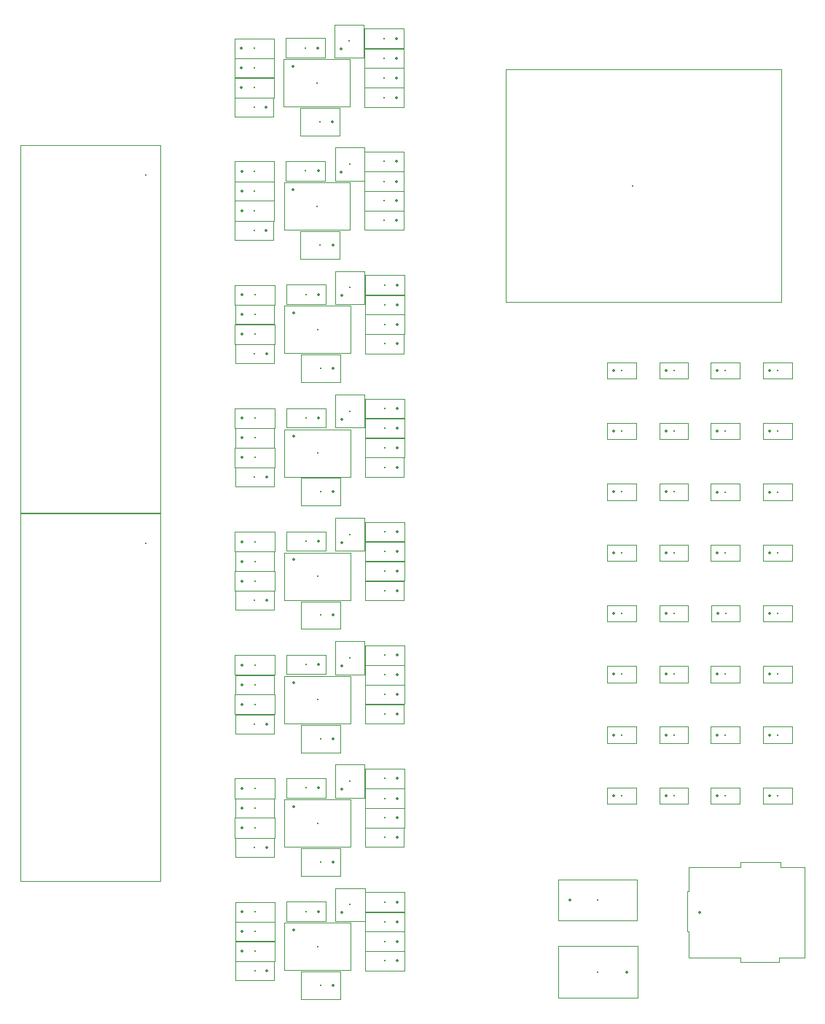
<source format=gbr>
%TF.GenerationSoftware,KiCad,Pcbnew,8.0.1*%
%TF.CreationDate,2024-08-26T16:59:54-04:00*%
%TF.ProjectId,16ch-driver-v1,31366368-2d64-4726-9976-65722d76312e,rev?*%
%TF.SameCoordinates,Original*%
%TF.FileFunction,Component,L1,Top*%
%TF.FilePolarity,Positive*%
%FSLAX46Y46*%
G04 Gerber Fmt 4.6, Leading zero omitted, Abs format (unit mm)*
G04 Created by KiCad (PCBNEW 8.0.1) date 2024-08-26 16:59:54*
%MOMM*%
%LPD*%
G01*
G04 APERTURE LIST*
%TA.AperFunction,ComponentMain*%
%ADD10C,0.300000*%
%TD*%
%TA.AperFunction,ComponentOutline,Courtyard*%
%ADD11C,0.100000*%
%TD*%
%TA.AperFunction,ComponentPin*%
%ADD12P,0.360000X4X0.000000*%
%TD*%
%TA.AperFunction,ComponentPin*%
%ADD13C,0.100000*%
%TD*%
%TA.AperFunction,ComponentOutline,Footprint*%
%ADD14C,0.100000*%
%TD*%
G04 APERTURE END LIST*
D10*
%TO.C,R23*%
%TO.CFtp,R_1206_3216Metric*%
%TO.CVal,191k*%
%TO.CLbN,Resistor_SMD*%
%TO.CMnt,SMD*%
%TO.CRot,0*%
X119299003Y-91183927D03*
D11*
X121579002Y-90063928D02*
X121579002Y-92303926D01*
X117019004Y-92303926D01*
X117019004Y-90063928D01*
X121579002Y-90063928D01*
D12*
%TO.P,R23,1*%
X117836503Y-91183927D03*
D13*
%TO.P,R23,2*%
X120761503Y-91183927D03*
%TD*%
D10*
%TO.C,C3*%
%TO.CFtp,C_1206_3216Metric*%
%TO.CVal,0.18uF*%
%TO.CLbN,Capacitor_SMD*%
%TO.CMnt,SMD*%
%TO.CRot,0*%
X119232502Y-45964999D03*
D11*
X121532500Y-44814999D02*
X121532502Y-47114998D01*
X116932503Y-47114998D01*
X116932501Y-44814999D01*
X121532500Y-44814999D01*
D12*
%TO.P,C3,1*%
X117757502Y-45965000D03*
D13*
%TO.P,C3,2*%
X120707502Y-45964998D03*
%TD*%
D10*
%TO.C,R16*%
%TO.CFtp,R_1206_3216Metric*%
%TO.CVal,4k7*%
%TO.CLbN,Resistor_SMD*%
%TO.CMnt,SMD*%
%TO.CRot,180*%
X134386303Y-75729913D03*
D11*
X136666302Y-74609914D02*
X136666302Y-76849912D01*
X132106304Y-76849912D01*
X132106304Y-74609914D01*
X136666302Y-74609914D01*
D12*
%TO.P,R16,1*%
X135848803Y-75729913D03*
D13*
%TO.P,R16,2*%
X132923803Y-75729913D03*
%TD*%
D10*
%TO.C,C23*%
%TO.CFtp,C_1210_3225Metric*%
%TO.CVal,10uF*%
%TO.CLbN,Capacitor_SMD*%
%TO.CMnt,SMD*%
%TO.CRot,180*%
X126962502Y-154741783D03*
D11*
X129262501Y-153141784D02*
X129262501Y-156341782D01*
X124662503Y-156341782D01*
X124662503Y-153141784D01*
X129262501Y-153141784D01*
D12*
%TO.P,C23,1*%
X128437502Y-154741783D03*
D13*
%TO.P,C23,2*%
X125487502Y-154741783D03*
%TD*%
D10*
%TO.C,D33*%
%TO.CFtp,LED_0805_2012Metric*%
%TO.CVal,LED*%
%TO.CLbN,LED_SMD*%
%TO.CMnt,SMD*%
%TO.CRot,0*%
X161940981Y-97457731D03*
D11*
X163620980Y-98407730D02*
X160260982Y-98407730D01*
X160260982Y-96507731D01*
X163620980Y-96507731D01*
X163620980Y-98407730D01*
D12*
%TO.P,D33,1,K*%
X161003481Y-97457731D03*
D13*
%TO.P,D33,2,A*%
X162878481Y-97457731D03*
%TD*%
D10*
%TO.C,C4*%
%TO.CFtp,C_1206_3216Metric*%
%TO.CVal,470pF*%
%TO.CLbN,Capacitor_SMD*%
%TO.CMnt,SMD*%
%TO.CRot,0*%
X119232502Y-50534999D03*
D11*
X121532501Y-49385000D02*
X121532501Y-51684998D01*
X116932503Y-51684998D01*
X116932503Y-49385000D01*
X121532501Y-49385000D01*
D12*
%TO.P,C4,1*%
X117757502Y-50534999D03*
D13*
%TO.P,C4,2*%
X120707502Y-50534999D03*
%TD*%
D10*
%TO.C,C16*%
%TO.CFtp,C_1206_3216Metric*%
%TO.CVal,470pF*%
%TO.CLbN,Capacitor_SMD*%
%TO.CMnt,SMD*%
%TO.CRot,0*%
X119307502Y-107799641D03*
D11*
X121607501Y-106649642D02*
X121607501Y-108949640D01*
X117007503Y-108949640D01*
X117007503Y-106649642D01*
X121607501Y-106649642D01*
D12*
%TO.P,C16,1*%
X117832502Y-107799641D03*
D13*
%TO.P,C16,2*%
X120782502Y-107799641D03*
%TD*%
D10*
%TO.C,D38*%
%TO.CFtp,LED_0805_2012Metric*%
%TO.CVal,LED Green*%
%TO.CLbN,LED_SMD*%
%TO.CMnt,SMD*%
%TO.CRot,0*%
X167990981Y-111557731D03*
D11*
X169670980Y-112507730D02*
X166310982Y-112507730D01*
X166310982Y-110607731D01*
X169670980Y-110607731D01*
X169670980Y-112507730D01*
D12*
%TO.P,D38,1,K*%
X167053481Y-111557731D03*
D13*
%TO.P,D38,2,A*%
X168928481Y-111557731D03*
%TD*%
D10*
%TO.C,R3*%
%TO.CFtp,R_1206_3216Metric*%
%TO.CVal,49R9*%
%TO.CLbN,Resistor_SMD*%
%TO.CMnt,SMD*%
%TO.CRot,180*%
X134309003Y-49374999D03*
D11*
X136589002Y-48255000D02*
X136589002Y-50494998D01*
X132029004Y-50494998D01*
X132029004Y-48255000D01*
X136589002Y-48255000D01*
D12*
%TO.P,R3,1*%
X135771503Y-49374999D03*
D13*
%TO.P,R3,2*%
X132846503Y-49374999D03*
%TD*%
D10*
%TO.C,D42*%
%TO.CFtp,LED_0805_2012Metric*%
%TO.CVal,LED*%
%TO.CLbN,LED_SMD*%
%TO.CMnt,SMD*%
%TO.CRot,0*%
X161940981Y-118607731D03*
D11*
X163620980Y-119557730D02*
X160260982Y-119557730D01*
X160260982Y-117657731D01*
X163620980Y-117657731D01*
X163620980Y-119557730D01*
D12*
%TO.P,D42,1,K*%
X161003481Y-118607731D03*
D13*
%TO.P,D42,2,A*%
X162878481Y-118607731D03*
%TD*%
D10*
%TO.C,D29*%
%TO.CFtp,LED_0805_2012Metric*%
%TO.CVal,LED Green*%
%TO.CLbN,LED_SMD*%
%TO.CMnt,SMD*%
%TO.CRot,0*%
X167990981Y-90407731D03*
D11*
X169670980Y-91357730D02*
X166310982Y-91357730D01*
X166310982Y-89457731D01*
X169670980Y-89457731D01*
X169670980Y-91357730D01*
D12*
%TO.P,D29,1,K*%
X167053481Y-90407731D03*
D13*
%TO.P,D29,2,A*%
X168928481Y-90407731D03*
%TD*%
D10*
%TO.C,U3*%
%TO.CFtp,IC_TPS27S100BPWPR*%
%TO.CVal,DRV104PWP*%
%TO.CLbN,footprint*%
%TO.CMnt,SMD*%
%TO.CRot,0*%
X126586503Y-78608213D03*
D11*
X130436502Y-75858214D02*
X130436502Y-81358212D01*
X122736504Y-81358212D01*
X122736504Y-75858214D01*
X130436502Y-75858214D01*
D12*
%TO.P,U3,1,DUTY_CYCLE_ADJ*%
X123786503Y-76658213D03*
D13*
%TO.P,U3,2,DELAY_ADJ*%
X123786503Y-77308213D03*
%TO.P,U3,3,OSC_FREQ_ADJ*%
X123786503Y-77958213D03*
%TO.P,U3,4,MASTER*%
X123786503Y-78608213D03*
%TO.P,U3,5,BOOT*%
X123786503Y-79258213D03*
%TO.P,U3,6,OUT1*%
X123786503Y-79908213D03*
%TO.P,U3,7,OUT2*%
X123786503Y-80558213D03*
%TO.P,U3,8,VPS2*%
X129386503Y-80558213D03*
%TO.P,U3,9,VPS1*%
X129386503Y-79908213D03*
%TO.P,U3,10,+VS*%
X129386503Y-79258213D03*
%TO.P,U3,11,GND*%
X129386503Y-78608213D03*
%TO.P,U3,12,SYNC*%
X129386503Y-77958213D03*
%TO.P,U3,13,STATUS_OK_FLAG*%
X129386503Y-77308213D03*
%TO.P,U3,14,INPUT*%
X129386503Y-76658213D03*
%TO.P,U3,15,EPAD*%
X126586503Y-78608213D03*
%TD*%
D10*
%TO.C,D39*%
%TO.CFtp,LED_0805_2012Metric*%
%TO.CVal,LED*%
%TO.CLbN,LED_SMD*%
%TO.CMnt,SMD*%
%TO.CRot,0*%
X161940981Y-111557731D03*
D11*
X163620980Y-112507730D02*
X160260982Y-112507730D01*
X160260982Y-110607731D01*
X163620980Y-110607731D01*
X163620980Y-112507730D01*
D12*
%TO.P,D39,1,K*%
X161003481Y-111557731D03*
D13*
%TO.P,D39,2,A*%
X162878481Y-111557731D03*
%TD*%
D10*
%TO.C,R9*%
%TO.CFtp,R_1206_3216Metric*%
%TO.CVal,49R9*%
%TO.CLbN,Resistor_SMD*%
%TO.CMnt,SMD*%
%TO.CRot,180*%
X134334003Y-63662499D03*
D11*
X136614002Y-62542500D02*
X136614002Y-64782498D01*
X132054004Y-64782498D01*
X132054004Y-62542500D01*
X136614002Y-62542500D01*
D12*
%TO.P,R9,1*%
X135796503Y-63662499D03*
D13*
%TO.P,R9,2*%
X132871503Y-63662499D03*
%TD*%
D10*
%TO.C,D13*%
%TO.CFtp,Nexperia_CFP3_SOD-123W*%
%TO.CVal,PMEG10010ELRX*%
%TO.CLbN,Diode_SMD*%
%TO.CMnt,SMD*%
%TO.CRot,180*%
X119295002Y-110069641D03*
D11*
X121545001Y-108969642D02*
X121545001Y-111169640D01*
X117045003Y-111169640D01*
X117045003Y-108969642D01*
X121545001Y-108969642D01*
D12*
%TO.P,D13,1,K*%
X120695002Y-110069641D03*
D13*
%TO.P,D13,2,A*%
X117895002Y-110069641D03*
%TD*%
D10*
%TO.C,R40*%
%TO.CFtp,R_1206_3216Metric*%
%TO.CVal,4k7*%
%TO.CLbN,Resistor_SMD*%
%TO.CMnt,SMD*%
%TO.CRot,180*%
X134386303Y-133032769D03*
D11*
X136666302Y-131912770D02*
X136666302Y-134152768D01*
X132106304Y-134152768D01*
X132106304Y-131912770D01*
X136666302Y-131912770D01*
D12*
%TO.P,R40,1*%
X135848803Y-133032769D03*
D13*
%TO.P,R40,2*%
X132923803Y-133032769D03*
%TD*%
D10*
%TO.C,U8*%
%TO.CFtp,IC_TPS27S100BPWPR*%
%TO.CVal,DRV104PWP*%
%TO.CLbN,footprint*%
%TO.CMnt,SMD*%
%TO.CRot,0*%
X126606503Y-150236783D03*
D11*
X130456502Y-147486784D02*
X130456502Y-152986782D01*
X122756504Y-152986782D01*
X122756504Y-147486784D01*
X130456502Y-147486784D01*
D12*
%TO.P,U8,1,DUTY_CYCLE_ADJ*%
X123806503Y-148286783D03*
D13*
%TO.P,U8,2,DELAY_ADJ*%
X123806503Y-148936783D03*
%TO.P,U8,3,OSC_FREQ_ADJ*%
X123806503Y-149586783D03*
%TO.P,U8,4,MASTER*%
X123806503Y-150236783D03*
%TO.P,U8,5,BOOT*%
X123806503Y-150886783D03*
%TO.P,U8,6,OUT1*%
X123806503Y-151536783D03*
%TO.P,U8,7,OUT2*%
X123806503Y-152186783D03*
%TO.P,U8,8,VPS2*%
X129406503Y-152186783D03*
%TO.P,U8,9,VPS1*%
X129406503Y-151536783D03*
%TO.P,U8,10,+VS*%
X129406503Y-150886783D03*
%TO.P,U8,11,GND*%
X129406503Y-150236783D03*
%TO.P,U8,12,SYNC*%
X129406503Y-149586783D03*
%TO.P,U8,13,STATUS_OK_FLAG*%
X129406503Y-148936783D03*
%TO.P,U8,14,INPUT*%
X129406503Y-148286783D03*
%TO.P,U8,15,EPAD*%
X126606503Y-150236783D03*
%TD*%
D10*
%TO.C,C13*%
%TO.CFtp,C_1206_3216Metric*%
%TO.CVal,470pF*%
%TO.CLbN,Capacitor_SMD*%
%TO.CMnt,SMD*%
%TO.CRot,0*%
X119307502Y-93473927D03*
D11*
X121607501Y-92323928D02*
X121607501Y-94623926D01*
X117007503Y-94623926D01*
X117007503Y-92323928D01*
X121607501Y-92323928D01*
D12*
%TO.P,C13,1*%
X117832502Y-93473927D03*
D13*
%TO.P,C13,2*%
X120782502Y-93473927D03*
%TD*%
D10*
%TO.C,C6*%
%TO.CFtp,C_1206_3216Metric*%
%TO.CVal,0.18uF*%
%TO.CLbN,Capacitor_SMD*%
%TO.CMnt,SMD*%
%TO.CRot,0*%
X119257502Y-60252499D03*
D11*
X121557501Y-59102500D02*
X121557501Y-61402498D01*
X116957503Y-61402498D01*
X116957503Y-59102500D01*
X121557501Y-59102500D01*
D12*
%TO.P,C6,1*%
X117782502Y-60252499D03*
D13*
%TO.P,C6,2*%
X120732502Y-60252499D03*
%TD*%
D10*
%TO.C,R11*%
%TO.CFtp,R_1206_3216Metric*%
%TO.CVal,191k*%
%TO.CLbN,Resistor_SMD*%
%TO.CMnt,SMD*%
%TO.CRot,0*%
X119249003Y-62532499D03*
D11*
X121529002Y-61412500D02*
X121529002Y-63652498D01*
X116969004Y-63652498D01*
X116969004Y-61412500D01*
X121529002Y-61412500D01*
D12*
%TO.P,R11,1*%
X117786503Y-62532499D03*
D13*
%TO.P,R11,2*%
X120711503Y-62532499D03*
%TD*%
D10*
%TO.C,D5*%
%TO.CFtp,LED_0805_2012Metric*%
%TO.CVal,LED Green*%
%TO.CLbN,LED_SMD*%
%TO.CMnt,SMD*%
%TO.CRot,0*%
X180025000Y-90410000D03*
D11*
X181704999Y-89460001D02*
X181704999Y-91359999D01*
X178345001Y-91359999D01*
X178345001Y-89460001D01*
X181704999Y-89460001D01*
D12*
%TO.P,D5,1,K*%
X179087500Y-90410000D03*
D13*
%TO.P,D5,2,A*%
X180962500Y-90410000D03*
%TD*%
D10*
%TO.C,R37*%
%TO.CFtp,R_1206_3216Metric*%
%TO.CVal,4k7*%
%TO.CLbN,Resistor_SMD*%
%TO.CMnt,SMD*%
%TO.CRot,180*%
X134387502Y-130731069D03*
D11*
X136667501Y-129611070D02*
X136667501Y-131851068D01*
X132107503Y-131851068D01*
X132107503Y-129611070D01*
X136667501Y-129611070D01*
D12*
%TO.P,R37,1*%
X135850002Y-130731069D03*
D13*
%TO.P,R37,2*%
X132925002Y-130731069D03*
%TD*%
D10*
%TO.C,D41*%
%TO.CFtp,LED_0805_2012Metric*%
%TO.CVal,LED Green*%
%TO.CLbN,LED_SMD*%
%TO.CMnt,SMD*%
%TO.CRot,0*%
X167990981Y-118607731D03*
D11*
X169670980Y-119557730D02*
X166310982Y-119557730D01*
X166310982Y-117657731D01*
X169670980Y-117657731D01*
X169670980Y-119557730D01*
D12*
%TO.P,D41,1,K*%
X167053481Y-118607731D03*
D13*
%TO.P,D41,2,A*%
X168928481Y-118607731D03*
%TD*%
D10*
%TO.C,C18*%
%TO.CFtp,C_1206_3216Metric*%
%TO.CVal,0.18uF*%
%TO.CLbN,Capacitor_SMD*%
%TO.CMnt,SMD*%
%TO.CRot,0*%
X119307502Y-117555355D03*
D11*
X121607501Y-116405356D02*
X121607501Y-118705354D01*
X117007503Y-118705354D01*
X117007503Y-116405356D01*
X121607501Y-116405356D01*
D12*
%TO.P,C18,1*%
X117832502Y-117555355D03*
D13*
%TO.P,C18,2*%
X120782502Y-117555355D03*
%TD*%
D10*
%TO.C,D22*%
%TO.CFtp,Nexperia_CFP3_SOD-123W*%
%TO.CVal,PMEG10010ELRX*%
%TO.CLbN,Diode_SMD*%
%TO.CMnt,SMD*%
%TO.CRot,180*%
X119315002Y-153046783D03*
D11*
X121565001Y-151946784D02*
X121565001Y-154146782D01*
X117065003Y-154146782D01*
X117065003Y-151946784D01*
X121565001Y-151946784D01*
D12*
%TO.P,D22,1,K*%
X120715002Y-153046783D03*
D13*
%TO.P,D22,2,A*%
X117915002Y-153046783D03*
%TD*%
D10*
%TO.C,D7*%
%TO.CFtp,Nexperia_CFP3_SOD-123W*%
%TO.CVal,PMEG10010ELRX*%
%TO.CLbN,Diode_SMD*%
%TO.CMnt,SMD*%
%TO.CRot,180*%
X119295002Y-81418213D03*
D11*
X121545001Y-80318214D02*
X121545001Y-82518212D01*
X117045003Y-82518212D01*
X117045003Y-80318214D01*
X121545001Y-80318214D01*
D12*
%TO.P,D7,1,K*%
X120695002Y-81418213D03*
D13*
%TO.P,D7,2,A*%
X117895002Y-81418213D03*
%TD*%
D10*
%TO.C,R35*%
%TO.CFtp,R_1206_3216Metric*%
%TO.CVal,191k*%
%TO.CLbN,Resistor_SMD*%
%TO.CMnt,SMD*%
%TO.CRot,0*%
X119299003Y-119835355D03*
D11*
X121579002Y-118715356D02*
X121579002Y-120955354D01*
X117019004Y-120955354D01*
X117019004Y-118715356D01*
X121579002Y-118715356D01*
D12*
%TO.P,R35,1*%
X117836503Y-119835355D03*
D13*
%TO.P,R35,2*%
X120761503Y-119835355D03*
%TD*%
D10*
%TO.C,C19*%
%TO.CFtp,C_1206_3216Metric*%
%TO.CVal,470pF*%
%TO.CLbN,Capacitor_SMD*%
%TO.CMnt,SMD*%
%TO.CRot,0*%
X119307502Y-122125355D03*
D11*
X121607501Y-120975356D02*
X121607501Y-123275354D01*
X117007503Y-123275354D01*
X117007503Y-120975356D01*
X121607501Y-120975356D01*
D12*
%TO.P,C19,1*%
X117832502Y-122125355D03*
D13*
%TO.P,C19,2*%
X120782502Y-122125355D03*
%TD*%
D10*
%TO.C,C1*%
%TO.CFtp,CP_EIA-7343-43_Kemet-X_Pad2.25x2.55mm_HandSolder*%
%TO.CVal,47uF*%
%TO.CLbN,Capacitor_Tantalum_SMD*%
%TO.CMnt,SMD*%
%TO.CRot,0*%
X159106489Y-144837930D03*
D11*
X163686487Y-147237927D02*
X154526492Y-147237927D01*
X154526490Y-142437932D01*
X163686485Y-142437932D01*
X163686487Y-147237927D01*
D12*
%TO.P,C1,1*%
X155906489Y-144837928D03*
D13*
%TO.P,C1,2*%
X162306489Y-144837932D03*
%TD*%
D10*
%TO.C,D11*%
%TO.CFtp,LED_0805_2012Metric*%
%TO.CVal,LED Green*%
%TO.CLbN,LED_SMD*%
%TO.CMnt,SMD*%
%TO.CRot,0*%
X180025000Y-104510000D03*
D11*
X181704999Y-103560001D02*
X181704999Y-105459999D01*
X178345001Y-105459999D01*
X178345001Y-103560001D01*
X181704999Y-103560001D01*
D12*
%TO.P,D11,1,K*%
X179087500Y-104510000D03*
D13*
%TO.P,D11,2,A*%
X180962500Y-104510000D03*
%TD*%
D10*
%TO.C,D10*%
%TO.CFtp,Nexperia_CFP3_SOD-123W*%
%TO.CVal,PMEG10010ELRX*%
%TO.CLbN,Diode_SMD*%
%TO.CMnt,SMD*%
%TO.CRot,180*%
X119295002Y-95743927D03*
D11*
X121545001Y-94643928D02*
X121545001Y-96843926D01*
X117045003Y-96843926D01*
X117045003Y-94643928D01*
X121545001Y-94643928D01*
D12*
%TO.P,D10,1,K*%
X120695002Y-95743927D03*
D13*
%TO.P,D10,2,A*%
X117895002Y-95743927D03*
%TD*%
D10*
%TO.C,C11*%
%TO.CFtp,C_1210_3225Metric*%
%TO.CVal,10uF*%
%TO.CLbN,Capacitor_SMD*%
%TO.CMnt,SMD*%
%TO.CRot,180*%
X126942502Y-97438927D03*
D11*
X129242501Y-95838928D02*
X129242501Y-99038926D01*
X124642503Y-99038926D01*
X124642503Y-95838928D01*
X129242501Y-95838928D01*
D12*
%TO.P,C11,1*%
X128417502Y-97438927D03*
D13*
%TO.P,C11,2*%
X125467502Y-97438927D03*
%TD*%
D10*
%TO.C,D26*%
%TO.CFtp,LED_0805_2012Metric*%
%TO.CVal,LED Green*%
%TO.CLbN,LED_SMD*%
%TO.CMnt,SMD*%
%TO.CRot,0*%
X167990981Y-83357731D03*
D11*
X169670980Y-84307730D02*
X166310982Y-84307730D01*
X166310982Y-82407731D01*
X169670980Y-82407731D01*
X169670980Y-84307730D01*
D12*
%TO.P,D26,1,K*%
X167053481Y-83357731D03*
D13*
%TO.P,D26,2,A*%
X168928481Y-83357731D03*
%TD*%
D10*
%TO.C,D4*%
%TO.CFtp,Nexperia_CFP3_SOD-123W*%
%TO.CVal,PMEG10010ELRX*%
%TO.CLbN,Diode_SMD*%
%TO.CMnt,SMD*%
%TO.CRot,180*%
X119245002Y-67092499D03*
D11*
X121495001Y-65992500D02*
X121495001Y-68192498D01*
X116995003Y-68192498D01*
X116995003Y-65992500D01*
X121495001Y-65992500D01*
D12*
%TO.P,D4,1,K*%
X120645002Y-67092499D03*
D13*
%TO.P,D4,2,A*%
X117845002Y-67092499D03*
%TD*%
D10*
%TO.C,R19*%
%TO.CFtp,R_1206_3216Metric*%
%TO.CVal,4k7*%
%TO.CLbN,Resistor_SMD*%
%TO.CMnt,SMD*%
%TO.CRot,180*%
X134387502Y-87753927D03*
D11*
X136667501Y-86633928D02*
X136667501Y-88873926D01*
X132107503Y-88873926D01*
X132107503Y-86633928D01*
X136667501Y-86633928D01*
D12*
%TO.P,R19,1*%
X135850002Y-87753927D03*
D13*
%TO.P,R19,2*%
X132925002Y-87753927D03*
%TD*%
D10*
%TO.C,D24*%
%TO.CFtp,LED_0805_2012Metric*%
%TO.CVal,LED*%
%TO.CLbN,LED_SMD*%
%TO.CMnt,SMD*%
%TO.CRot,0*%
X173975000Y-132710000D03*
D11*
X175654999Y-131760001D02*
X175654999Y-133659999D01*
X172295001Y-133659999D01*
X172295001Y-131760001D01*
X175654999Y-131760001D01*
D12*
%TO.P,D24,1,K*%
X173037500Y-132710000D03*
D13*
%TO.P,D24,2,A*%
X174912500Y-132710000D03*
%TD*%
D10*
%TO.C,J3*%
%TO.CFtp,CUI_TBL009-254-16GY-2GY*%
%TO.CVal,TBL009-254-16GY-2GY*%
%TO.CLbN,footprint*%
%TO.CMnt,TH*%
%TO.CRot,-90*%
X106637502Y-60639998D03*
D11*
X108337499Y-99829999D02*
X92037500Y-99829999D01*
X92037500Y-57190000D01*
X108337499Y-57190000D01*
X108337499Y-99829999D01*
D13*
%TO.P,J3,1_A,1*%
X106637502Y-60639998D03*
%TO.P,J3,1_B,1*%
X101557503Y-60640002D03*
%TO.P,J3,2_A,2*%
X106637502Y-63179998D03*
%TO.P,J3,2_B,2*%
X101557504Y-63179998D03*
%TO.P,J3,3_A,3*%
X106637506Y-65719997D03*
%TO.P,J3,3_B,3*%
X101557500Y-65719998D03*
%TO.P,J3,4_A,4*%
X106637502Y-68259998D03*
%TO.P,J3,4_B,4*%
X101557505Y-68259999D03*
%TO.P,J3,5_A,5*%
X106637501Y-70799998D03*
%TO.P,J3,5_B,5*%
X101557502Y-70800000D03*
%TO.P,J3,6_A,6*%
X106637506Y-73339997D03*
%TO.P,J3,6_B,6*%
X101557502Y-73339997D03*
%TO.P,J3,7_A,7*%
X106637502Y-75879998D03*
%TO.P,J3,7_B,7*%
X101557505Y-75879998D03*
%TO.P,J3,8_A,8*%
X106637505Y-78420001D03*
%TO.P,J3,8_B,8*%
X101557498Y-78419999D03*
%TO.P,J3,9_A,9*%
X106637500Y-80960001D03*
%TO.P,J3,9_B,9*%
X101557502Y-80959998D03*
%TO.P,J3,10_A,10*%
X106637498Y-83499998D03*
%TO.P,J3,10_B,10*%
X101557500Y-83499999D03*
%TO.P,J3,11_A,11*%
X106637502Y-86039998D03*
%TO.P,J3,11_B,11*%
X101557502Y-86039998D03*
%TO.P,J3,12_A,12*%
X106637502Y-88579998D03*
%TO.P,J3,12_B,12*%
X101557506Y-88579999D03*
%TO.P,J3,13_A,13*%
X106637500Y-91119999D03*
%TO.P,J3,13_B,13*%
X101557502Y-91119998D03*
%TO.P,J3,14_A,14*%
X106637502Y-93659999D03*
%TO.P,J3,14_B,14*%
X101557498Y-93659997D03*
%TO.P,J3,15_A,15*%
X106637502Y-96199998D03*
%TO.P,J3,15_B,15*%
X101557504Y-96199994D03*
%TO.P,J3,16_A,16*%
X106637502Y-98739997D03*
%TO.P,J3,16_B,16*%
X101557505Y-98739998D03*
%TD*%
D10*
%TO.C,R28*%
%TO.CFtp,R_1206_3216Metric*%
%TO.CVal,4k7*%
%TO.CLbN,Resistor_SMD*%
%TO.CMnt,SMD*%
%TO.CRot,180*%
X134386303Y-104381341D03*
D11*
X136666302Y-103261342D02*
X136666302Y-105501340D01*
X132106304Y-105501340D01*
X132106304Y-103261342D01*
X136666302Y-103261342D01*
D12*
%TO.P,R28,1*%
X135848803Y-104381341D03*
D13*
%TO.P,R28,2*%
X132923803Y-104381341D03*
%TD*%
D10*
%TO.C,Q6*%
%TO.CFtp,SOT-23*%
%TO.CVal,2N7002E*%
%TO.CLbN,Package_TO_SOT_SMD*%
%TO.CMnt,SMD*%
%TO.CRot,90*%
X130367502Y-116715355D03*
D11*
X132067501Y-114795356D02*
X132067501Y-118635354D01*
X128667503Y-118635354D01*
X128667503Y-114795356D01*
X132067501Y-114795356D01*
D12*
%TO.P,Q6,1,G*%
X129417502Y-117652855D03*
D13*
%TO.P,Q6,2,S*%
X131317502Y-117652855D03*
%TO.P,Q6,3,D*%
X130367502Y-115777855D03*
%TD*%
D10*
%TO.C,R48*%
%TO.CFtp,R_1206_3216Metric*%
%TO.CVal,4k7*%
%TO.CLbN,Resistor_SMD*%
%TO.CMnt,SMD*%
%TO.CRot,180*%
X134387502Y-151896783D03*
D11*
X136667501Y-150776784D02*
X136667501Y-153016782D01*
X132107503Y-153016782D01*
X132107503Y-150776784D01*
X136667501Y-150776784D01*
D12*
%TO.P,R48,1*%
X135850002Y-151896783D03*
D13*
%TO.P,R48,2*%
X132925002Y-151896783D03*
%TD*%
D10*
%TO.C,R33*%
%TO.CFtp,R_1206_3216Metric*%
%TO.CVal,49R9*%
%TO.CLbN,Resistor_SMD*%
%TO.CMnt,SMD*%
%TO.CRot,180*%
X134384003Y-120965355D03*
D11*
X136664002Y-119845356D02*
X136664002Y-122085354D01*
X132104004Y-122085354D01*
X132104004Y-119845356D01*
X136664002Y-119845356D01*
D12*
%TO.P,R33,1*%
X135846503Y-120965355D03*
D13*
%TO.P,R33,2*%
X132921503Y-120965355D03*
%TD*%
D10*
%TO.C,Q2*%
%TO.CFtp,SOT-23*%
%TO.CVal,2N7002E*%
%TO.CLbN,Package_TO_SOT_SMD*%
%TO.CMnt,SMD*%
%TO.CRot,90*%
X130317502Y-59412499D03*
D11*
X132017501Y-57492500D02*
X132017501Y-61332498D01*
X128617503Y-61332498D01*
X128617503Y-57492500D01*
X132017501Y-57492500D01*
D12*
%TO.P,Q2,1,G*%
X129367502Y-60349999D03*
D13*
%TO.P,Q2,2,S*%
X131267502Y-60349999D03*
%TO.P,Q2,3,D*%
X130317502Y-58474999D03*
%TD*%
D10*
%TO.C,C12*%
%TO.CFtp,C_1206_3216Metric*%
%TO.CVal,0.18uF*%
%TO.CLbN,Capacitor_SMD*%
%TO.CMnt,SMD*%
%TO.CRot,0*%
X119307502Y-88903927D03*
D11*
X121607501Y-87753928D02*
X121607501Y-90053926D01*
X117007503Y-90053926D01*
X117007503Y-87753928D01*
X121607501Y-87753928D01*
D12*
%TO.P,C12,1*%
X117832502Y-88903927D03*
D13*
%TO.P,C12,2*%
X120782502Y-88903927D03*
%TD*%
D10*
%TO.C,R45*%
%TO.CFtp,R_1206_3216Metric*%
%TO.CVal,49R9*%
%TO.CLbN,Resistor_SMD*%
%TO.CMnt,SMD*%
%TO.CRot,180*%
X134404003Y-149616783D03*
D11*
X136684002Y-148496784D02*
X136684002Y-150736782D01*
X132124004Y-150736782D01*
X132124004Y-148496784D01*
X136684002Y-148496784D01*
D12*
%TO.P,R45,1*%
X135866503Y-149616783D03*
D13*
%TO.P,R45,2*%
X132941503Y-149616783D03*
%TD*%
D10*
%TO.C,D23*%
%TO.CFtp,LED_0805_2012Metric*%
%TO.CVal,LED Green*%
%TO.CLbN,LED_SMD*%
%TO.CMnt,SMD*%
%TO.CRot,0*%
X180025000Y-132710000D03*
D11*
X181704999Y-131760001D02*
X181704999Y-133659999D01*
X178345001Y-133659999D01*
X178345001Y-131760001D01*
X181704999Y-131760001D01*
D12*
%TO.P,D23,1,K*%
X179087500Y-132710000D03*
D13*
%TO.P,D23,2,A*%
X180962500Y-132710000D03*
%TD*%
D10*
%TO.C,C7*%
%TO.CFtp,C_1206_3216Metric*%
%TO.CVal,470pF*%
%TO.CLbN,Capacitor_SMD*%
%TO.CMnt,SMD*%
%TO.CRot,0*%
X119257502Y-64822499D03*
D11*
X121557501Y-63672500D02*
X121557501Y-65972498D01*
X116957503Y-65972498D01*
X116957503Y-63672500D01*
X121557501Y-63672500D01*
D12*
%TO.P,C7,1*%
X117782502Y-64822499D03*
D13*
%TO.P,C7,2*%
X120732502Y-64822499D03*
%TD*%
D10*
%TO.C,R4*%
%TO.CFtp,R_1206_3216Metric*%
%TO.CVal,4k7*%
%TO.CLbN,Resistor_SMD*%
%TO.CMnt,SMD*%
%TO.CRot,180*%
X134311303Y-47116699D03*
D11*
X136591302Y-45996700D02*
X136591302Y-48236698D01*
X132031304Y-48236698D01*
X132031304Y-45996700D01*
X136591302Y-45996700D01*
D12*
%TO.P,R4,1*%
X135773803Y-47116699D03*
D13*
%TO.P,R4,2*%
X132848803Y-47116699D03*
%TD*%
D10*
%TO.C,D47*%
%TO.CFtp,LED_0805_2012Metric*%
%TO.CVal,LED Green*%
%TO.CLbN,LED_SMD*%
%TO.CMnt,SMD*%
%TO.CRot,0*%
X167990981Y-132707731D03*
D11*
X169670980Y-133657730D02*
X166310982Y-133657730D01*
X166310982Y-131757731D01*
X169670980Y-131757731D01*
X169670980Y-133657730D01*
D12*
%TO.P,D47,1,K*%
X167053481Y-132707731D03*
D13*
%TO.P,D47,2,A*%
X168928481Y-132707731D03*
%TD*%
D10*
%TO.C,D27*%
%TO.CFtp,LED_0805_2012Metric*%
%TO.CVal,LED*%
%TO.CLbN,LED_SMD*%
%TO.CMnt,SMD*%
%TO.CRot,0*%
X161940981Y-83357731D03*
D11*
X163620980Y-84307730D02*
X160260982Y-84307730D01*
X160260982Y-82407731D01*
X163620980Y-82407731D01*
X163620980Y-84307730D01*
D12*
%TO.P,D27,1,K*%
X161003481Y-83357731D03*
D13*
%TO.P,D27,2,A*%
X162878481Y-83357731D03*
%TD*%
D10*
%TO.C,R46*%
%TO.CFtp,R_1206_3216Metric*%
%TO.CVal,4k7*%
%TO.CLbN,Resistor_SMD*%
%TO.CMnt,SMD*%
%TO.CRot,180*%
X134406303Y-147358483D03*
D11*
X136686302Y-146238484D02*
X136686302Y-148478482D01*
X132126304Y-148478482D01*
X132126304Y-146238484D01*
X136686302Y-146238484D01*
D12*
%TO.P,R46,1*%
X135868803Y-147358483D03*
D13*
%TO.P,R46,2*%
X132943803Y-147358483D03*
%TD*%
D10*
%TO.C,D16*%
%TO.CFtp,Nexperia_CFP3_SOD-123W*%
%TO.CVal,PMEG10010ELRX*%
%TO.CLbN,Diode_SMD*%
%TO.CMnt,SMD*%
%TO.CRot,180*%
X119295002Y-124395355D03*
D11*
X121545001Y-123295356D02*
X121545001Y-125495354D01*
X117045003Y-125495354D01*
X117045003Y-123295356D01*
X121545001Y-123295356D01*
D12*
%TO.P,D16,1,K*%
X120695002Y-124395355D03*
D13*
%TO.P,D16,2,A*%
X117895002Y-124395355D03*
%TD*%
D10*
%TO.C,R14*%
%TO.CFtp,R_1206_3216Metric*%
%TO.CVal,162k*%
%TO.CLbN,Resistor_SMD*%
%TO.CMnt,SMD*%
%TO.CRot,180*%
X125257502Y-74528213D03*
D11*
X127537501Y-73408214D02*
X127537501Y-75648212D01*
X122977503Y-75648212D01*
X122977503Y-73408214D01*
X127537501Y-73408214D01*
D12*
%TO.P,R14,1*%
X126720002Y-74528213D03*
D13*
%TO.P,R14,2*%
X123795002Y-74528213D03*
%TD*%
D10*
%TO.C,C14*%
%TO.CFtp,C_1210_3225Metric*%
%TO.CVal,10uF*%
%TO.CLbN,Capacitor_SMD*%
%TO.CMnt,SMD*%
%TO.CRot,180*%
X126942502Y-111764641D03*
D11*
X129242501Y-110164642D02*
X129242501Y-113364640D01*
X124642503Y-113364640D01*
X124642503Y-110164642D01*
X129242501Y-110164642D01*
D12*
%TO.P,C14,1*%
X128417502Y-111764641D03*
D13*
%TO.P,C14,2*%
X125467502Y-111764641D03*
%TD*%
D10*
%TO.C,C17*%
%TO.CFtp,C_1210_3225Metric*%
%TO.CVal,10uF*%
%TO.CLbN,Capacitor_SMD*%
%TO.CMnt,SMD*%
%TO.CRot,180*%
X126942502Y-126090355D03*
D11*
X129242501Y-124490356D02*
X129242501Y-127690354D01*
X124642503Y-127690354D01*
X124642503Y-124490356D01*
X129242501Y-124490356D01*
D12*
%TO.P,C17,1*%
X128417502Y-126090355D03*
D13*
%TO.P,C17,2*%
X125467502Y-126090355D03*
%TD*%
D10*
%TO.C,F1*%
%TO.CFtp,Fuse_2920_7451Metric*%
%TO.CVal,0ZCF0125FF2C*%
%TO.CLbN,Fuse*%
%TO.CMnt,SMD*%
%TO.CRot,180*%
X159150000Y-153185000D03*
D11*
X163749999Y-150205000D02*
X163749999Y-156164999D01*
X154550000Y-156164999D01*
X154550000Y-150205000D01*
X163749999Y-150205000D01*
D12*
%TO.P,F1,1*%
X162537499Y-153184999D03*
D13*
%TO.P,F1,2*%
X155762501Y-153185001D03*
%TD*%
D10*
%TO.C,J1*%
%TO.CFtp,CUI_PJ-063AH*%
%TO.CVal,PJ-063AH*%
%TO.CLbN,footprint*%
%TO.CMnt,TH*%
%TO.CRot,0*%
X170955086Y-146253591D03*
D11*
X180405083Y-141003589D02*
X183205085Y-141003593D01*
X183205084Y-151503591D01*
X180205084Y-151503594D01*
X180205081Y-152053589D01*
X175705088Y-152053589D01*
X175705087Y-151503594D01*
X169705088Y-151503594D01*
X169705086Y-148503592D01*
X169555089Y-148503588D01*
X169555089Y-143803588D01*
X169705088Y-143803591D01*
X169705089Y-141003590D01*
X175705090Y-141003594D01*
X175705087Y-140403591D01*
X180405085Y-140403590D01*
X180405083Y-141003589D01*
D12*
%TO.P,J1,1*%
X170955086Y-146253591D03*
D13*
%TO.P,J1,*%
X179955088Y-146253587D03*
%TO.P,J1,2*%
X176955086Y-146253591D03*
%TO.P,J1,S1,SHIELD*%
X177955085Y-141753590D03*
%TO.P,J1,S2,SHIELD*%
X177955086Y-150753591D03*
%TD*%
D10*
%TO.C,R29*%
%TO.CFtp,R_1206_3216Metric*%
%TO.CVal,191k*%
%TO.CLbN,Resistor_SMD*%
%TO.CMnt,SMD*%
%TO.CRot,0*%
X119299003Y-105509641D03*
D11*
X121579002Y-104389642D02*
X121579002Y-106629640D01*
X117019004Y-106629640D01*
X117019004Y-104389642D01*
X121579002Y-104389642D01*
D12*
%TO.P,R29,1*%
X117836503Y-105509641D03*
D13*
%TO.P,R29,2*%
X120761503Y-105509641D03*
%TD*%
D10*
%TO.C,R30*%
%TO.CFtp,R_1206_3216Metric*%
%TO.CVal,4k7*%
%TO.CLbN,Resistor_SMD*%
%TO.CMnt,SMD*%
%TO.CRot,180*%
X134367502Y-108919641D03*
D11*
X136647501Y-107799642D02*
X136647501Y-110039640D01*
X132087503Y-110039640D01*
X132087503Y-107799642D01*
X136647501Y-107799642D01*
D12*
%TO.P,R30,1*%
X135830002Y-108919641D03*
D13*
%TO.P,R30,2*%
X132905002Y-108919641D03*
%TD*%
D10*
%TO.C,R39*%
%TO.CFtp,R_1206_3216Metric*%
%TO.CVal,49R9*%
%TO.CLbN,Resistor_SMD*%
%TO.CMnt,SMD*%
%TO.CRot,180*%
X134384003Y-135291069D03*
D11*
X136664002Y-134171070D02*
X136664002Y-136411068D01*
X132104004Y-136411068D01*
X132104004Y-134171070D01*
X136664002Y-134171070D01*
D12*
%TO.P,R39,1*%
X135846503Y-135291069D03*
D13*
%TO.P,R39,2*%
X132921503Y-135291069D03*
%TD*%
D10*
%TO.C,D45*%
%TO.CFtp,LED_0805_2012Metric*%
%TO.CVal,LED*%
%TO.CLbN,LED_SMD*%
%TO.CMnt,SMD*%
%TO.CRot,0*%
X161940981Y-125657731D03*
D11*
X163620980Y-126607730D02*
X160260982Y-126607730D01*
X160260982Y-124707731D01*
X163620980Y-124707731D01*
X163620980Y-126607730D01*
D12*
%TO.P,D45,1,K*%
X161003481Y-125657731D03*
D13*
%TO.P,D45,2,A*%
X162878481Y-125657731D03*
%TD*%
D10*
%TO.C,C2*%
%TO.CFtp,C_1210_3225Metric*%
%TO.CVal,10uF*%
%TO.CLbN,Capacitor_SMD*%
%TO.CMnt,SMD*%
%TO.CRot,180*%
X126867502Y-54499999D03*
D11*
X129167501Y-52900000D02*
X129167501Y-56099998D01*
X124567503Y-56099998D01*
X124567503Y-52900000D01*
X129167501Y-52900000D01*
D12*
%TO.P,C2,1*%
X128342502Y-54499999D03*
D13*
%TO.P,C2,2*%
X125392502Y-54499999D03*
%TD*%
D10*
%TO.C,Q7*%
%TO.CFtp,SOT-23*%
%TO.CVal,2N7002E*%
%TO.CLbN,Package_TO_SOT_SMD*%
%TO.CMnt,SMD*%
%TO.CRot,90*%
X130367502Y-131041069D03*
D11*
X132067501Y-129121070D02*
X132067501Y-132961068D01*
X128667503Y-132961068D01*
X128667503Y-129121070D01*
X132067501Y-129121070D01*
D12*
%TO.P,Q7,1,G*%
X129417502Y-131978569D03*
D13*
%TO.P,Q7,2,S*%
X131317502Y-131978569D03*
%TO.P,Q7,3,D*%
X130367502Y-130103569D03*
%TD*%
D10*
%TO.C,U1*%
%TO.CFtp,IC_TPS27S100BPWPR*%
%TO.CVal,DRV104PWP*%
%TO.CLbN,footprint*%
%TO.CMnt,SMD*%
%TO.CRot,0*%
X126511503Y-49994999D03*
D11*
X130361502Y-47245000D02*
X130361502Y-52744998D01*
X122661504Y-52744998D01*
X122661504Y-47245000D01*
X130361502Y-47245000D01*
D12*
%TO.P,U1,1,DUTY_CYCLE_ADJ*%
X123711503Y-48044999D03*
D13*
%TO.P,U1,2,DELAY_ADJ*%
X123711503Y-48694999D03*
%TO.P,U1,3,OSC_FREQ_ADJ*%
X123711503Y-49344999D03*
%TO.P,U1,4,MASTER*%
X123711503Y-49994999D03*
%TO.P,U1,5,BOOT*%
X123711503Y-50644999D03*
%TO.P,U1,6,OUT1*%
X123711503Y-51294999D03*
%TO.P,U1,7,OUT2*%
X123711503Y-51944999D03*
%TO.P,U1,8,VPS2*%
X129311503Y-51944999D03*
%TO.P,U1,9,VPS1*%
X129311503Y-51294999D03*
%TO.P,U1,10,+VS*%
X129311503Y-50644999D03*
%TO.P,U1,11,GND*%
X129311503Y-49994999D03*
%TO.P,U1,12,SYNC*%
X129311503Y-49344999D03*
%TO.P,U1,13,STATUS_OK_FLAG*%
X129311503Y-48694999D03*
%TO.P,U1,14,INPUT*%
X129311503Y-48044999D03*
%TO.P,U1,15,EPAD*%
X126511503Y-49994999D03*
%TD*%
D10*
%TO.C,U2*%
%TO.CFtp,IC_TPS27S100BPWPR*%
%TO.CVal,DRV104PWP*%
%TO.CLbN,footprint*%
%TO.CMnt,SMD*%
%TO.CRot,0*%
X126536503Y-64282499D03*
D11*
X130386502Y-61532500D02*
X130386502Y-67032498D01*
X122686504Y-67032498D01*
X122686504Y-61532500D01*
X130386502Y-61532500D01*
D12*
%TO.P,U2,1,DUTY_CYCLE_ADJ*%
X123736503Y-62332499D03*
D13*
%TO.P,U2,2,DELAY_ADJ*%
X123736503Y-62982499D03*
%TO.P,U2,3,OSC_FREQ_ADJ*%
X123736503Y-63632499D03*
%TO.P,U2,4,MASTER*%
X123736503Y-64282499D03*
%TO.P,U2,5,BOOT*%
X123736503Y-64932499D03*
%TO.P,U2,6,OUT1*%
X123736503Y-65582499D03*
%TO.P,U2,7,OUT2*%
X123736503Y-66232499D03*
%TO.P,U2,8,VPS2*%
X129336503Y-66232499D03*
%TO.P,U2,9,VPS1*%
X129336503Y-65582499D03*
%TO.P,U2,10,+VS*%
X129336503Y-64932499D03*
%TO.P,U2,11,GND*%
X129336503Y-64282499D03*
%TO.P,U2,12,SYNC*%
X129336503Y-63632499D03*
%TO.P,U2,13,STATUS_OK_FLAG*%
X129336503Y-62982499D03*
%TO.P,U2,14,INPUT*%
X129336503Y-62332499D03*
%TO.P,U2,15,EPAD*%
X126536503Y-64282499D03*
%TD*%
D10*
%TO.C,R1*%
%TO.CFtp,R_1206_3216Metric*%
%TO.CVal,4k7*%
%TO.CLbN,Resistor_SMD*%
%TO.CMnt,SMD*%
%TO.CRot,180*%
X134312502Y-44814999D03*
D11*
X136592500Y-43694999D02*
X136592499Y-45934998D01*
X132032503Y-45934998D01*
X132032504Y-43694999D01*
X136592500Y-43694999D01*
D12*
%TO.P,R1,1*%
X135775000Y-44815000D03*
D13*
%TO.P,R1,2*%
X132850004Y-44814998D03*
%TD*%
D10*
%TO.C,C24*%
%TO.CFtp,C_1206_3216Metric*%
%TO.CVal,0.18uF*%
%TO.CLbN,Capacitor_SMD*%
%TO.CMnt,SMD*%
%TO.CRot,0*%
X119327502Y-146206783D03*
D11*
X121627501Y-145056784D02*
X121627501Y-147356782D01*
X117027503Y-147356782D01*
X117027503Y-145056784D01*
X121627501Y-145056784D01*
D12*
%TO.P,C24,1*%
X117852502Y-146206783D03*
D13*
%TO.P,C24,2*%
X120802502Y-146206783D03*
%TD*%
D10*
%TO.C,D3*%
%TO.CFtp,LED_0805_2012Metric*%
%TO.CVal,LED*%
%TO.CLbN,LED_SMD*%
%TO.CMnt,SMD*%
%TO.CRot,0*%
X173975000Y-83360000D03*
D11*
X175654999Y-82410001D02*
X175654999Y-84309999D01*
X172295001Y-84309999D01*
X172295001Y-82410001D01*
X175654999Y-82410001D01*
D12*
%TO.P,D3,1,K*%
X173037500Y-83360000D03*
D13*
%TO.P,D3,2,A*%
X174912500Y-83360000D03*
%TD*%
D10*
%TO.C,R8*%
%TO.CFtp,R_1206_3216Metric*%
%TO.CVal,162k*%
%TO.CLbN,Resistor_SMD*%
%TO.CMnt,SMD*%
%TO.CRot,180*%
X125207502Y-60202499D03*
D11*
X127487501Y-59082500D02*
X127487501Y-61322498D01*
X122927503Y-61322498D01*
X122927503Y-59082500D01*
X127487501Y-59082500D01*
D12*
%TO.P,R8,1*%
X126670002Y-60202499D03*
D13*
%TO.P,R8,2*%
X123745002Y-60202499D03*
%TD*%
D10*
%TO.C,R34*%
%TO.CFtp,R_1206_3216Metric*%
%TO.CVal,4k7*%
%TO.CLbN,Resistor_SMD*%
%TO.CMnt,SMD*%
%TO.CRot,180*%
X134386303Y-118707055D03*
D11*
X136666302Y-117587056D02*
X136666302Y-119827054D01*
X132106304Y-119827054D01*
X132106304Y-117587056D01*
X136666302Y-117587056D01*
D12*
%TO.P,R34,1*%
X135848803Y-118707055D03*
D13*
%TO.P,R34,2*%
X132923803Y-118707055D03*
%TD*%
D10*
%TO.C,R44*%
%TO.CFtp,R_1206_3216Metric*%
%TO.CVal,162k*%
%TO.CLbN,Resistor_SMD*%
%TO.CMnt,SMD*%
%TO.CRot,180*%
X125277502Y-146156783D03*
D11*
X127557501Y-145036784D02*
X127557501Y-147276782D01*
X122997503Y-147276782D01*
X122997503Y-145036784D01*
X127557501Y-145036784D01*
D12*
%TO.P,R44,1*%
X126740002Y-146156783D03*
D13*
%TO.P,R44,2*%
X123815002Y-146156783D03*
%TD*%
D10*
%TO.C,D44*%
%TO.CFtp,LED_0805_2012Metric*%
%TO.CVal,LED Green*%
%TO.CLbN,LED_SMD*%
%TO.CMnt,SMD*%
%TO.CRot,0*%
X167990981Y-125657731D03*
D11*
X169670980Y-126607730D02*
X166310982Y-126607730D01*
X166310982Y-124707731D01*
X169670980Y-124707731D01*
X169670980Y-126607730D01*
D12*
%TO.P,D44,1,K*%
X167053481Y-125657731D03*
D13*
%TO.P,D44,2,A*%
X168928481Y-125657731D03*
%TD*%
D10*
%TO.C,C25*%
%TO.CFtp,C_1206_3216Metric*%
%TO.CVal,470pF*%
%TO.CLbN,Capacitor_SMD*%
%TO.CMnt,SMD*%
%TO.CRot,0*%
X119327502Y-150776783D03*
D11*
X121627501Y-149626784D02*
X121627501Y-151926782D01*
X117027503Y-151926782D01*
X117027503Y-149626784D01*
X121627501Y-149626784D01*
D12*
%TO.P,C25,1*%
X117852502Y-150776783D03*
D13*
%TO.P,C25,2*%
X120802502Y-150776783D03*
%TD*%
D10*
%TO.C,R38*%
%TO.CFtp,R_1206_3216Metric*%
%TO.CVal,162k*%
%TO.CLbN,Resistor_SMD*%
%TO.CMnt,SMD*%
%TO.CRot,180*%
X125257502Y-131831069D03*
D11*
X127537501Y-130711070D02*
X127537501Y-132951068D01*
X122977503Y-132951068D01*
X122977503Y-130711070D01*
X127537501Y-130711070D01*
D12*
%TO.P,R38,1*%
X126720002Y-131831069D03*
D13*
%TO.P,R38,2*%
X123795002Y-131831069D03*
%TD*%
D10*
%TO.C,Q4*%
%TO.CFtp,SOT-23*%
%TO.CVal,2N7002E*%
%TO.CLbN,Package_TO_SOT_SMD*%
%TO.CMnt,SMD*%
%TO.CRot,90*%
X130367502Y-88063927D03*
D11*
X132067501Y-86143928D02*
X132067501Y-89983926D01*
X128667503Y-89983926D01*
X128667503Y-86143928D01*
X132067501Y-86143928D01*
D12*
%TO.P,Q4,1,G*%
X129417502Y-89001427D03*
D13*
%TO.P,Q4,2,S*%
X131317502Y-89001427D03*
%TO.P,Q4,3,D*%
X130367502Y-87126427D03*
%TD*%
D10*
%TO.C,D9*%
%TO.CFtp,LED_0805_2012Metric*%
%TO.CVal,LED*%
%TO.CLbN,LED_SMD*%
%TO.CMnt,SMD*%
%TO.CRot,0*%
X173975000Y-97460000D03*
D11*
X175654999Y-96510001D02*
X175654999Y-98409999D01*
X172295001Y-98409999D01*
X172295001Y-96510001D01*
X175654999Y-96510001D01*
D12*
%TO.P,D9,1,K*%
X173037500Y-97460000D03*
D13*
%TO.P,D9,2,A*%
X174912500Y-97460000D03*
%TD*%
D10*
%TO.C,D20*%
%TO.CFtp,LED_0805_2012Metric*%
%TO.CVal,LED Green*%
%TO.CLbN,LED_SMD*%
%TO.CMnt,SMD*%
%TO.CRot,0*%
X180025000Y-125660000D03*
D11*
X181704999Y-124710001D02*
X181704999Y-126609999D01*
X178345001Y-126609999D01*
X178345001Y-124710001D01*
X181704999Y-124710001D01*
D12*
%TO.P,D20,1,K*%
X179087500Y-125660000D03*
D13*
%TO.P,D20,2,A*%
X180962500Y-125660000D03*
%TD*%
D10*
%TO.C,J4*%
%TO.CFtp,CUI_TBL009-254-16GY-2GY*%
%TO.CVal,TBL009-254-16GY-2GY*%
%TO.CLbN,footprint*%
%TO.CMnt,TH*%
%TO.CRot,-90*%
X106662502Y-103439998D03*
D11*
X108362499Y-142629999D02*
X92062500Y-142629999D01*
X92062500Y-99990000D01*
X108362499Y-99990000D01*
X108362499Y-142629999D01*
D13*
%TO.P,J4,1_A,1*%
X106662502Y-103439998D03*
%TO.P,J4,1_B,1*%
X101582503Y-103440002D03*
%TO.P,J4,2_A,2*%
X106662502Y-105979998D03*
%TO.P,J4,2_B,2*%
X101582504Y-105979998D03*
%TO.P,J4,3_A,3*%
X106662506Y-108519997D03*
%TO.P,J4,3_B,3*%
X101582500Y-108519997D03*
%TO.P,J4,4_A,4*%
X106662502Y-111059998D03*
%TO.P,J4,4_B,4*%
X101582505Y-111059999D03*
%TO.P,J4,5_A,5*%
X106662501Y-113599998D03*
%TO.P,J4,5_B,5*%
X101582502Y-113599999D03*
%TO.P,J4,6_A,6*%
X106662506Y-116139997D03*
%TO.P,J4,6_B,6*%
X101582502Y-116139997D03*
%TO.P,J4,7_A,7*%
X106662502Y-118679998D03*
%TO.P,J4,7_B,7*%
X101582505Y-118679998D03*
%TO.P,J4,8_A,8*%
X106662505Y-121220001D03*
%TO.P,J4,8_B,8*%
X101582498Y-121219999D03*
%TO.P,J4,9_A,9*%
X106662500Y-123760001D03*
%TO.P,J4,9_B,9*%
X101582502Y-123759998D03*
%TO.P,J4,10_A,10*%
X106662498Y-126299998D03*
%TO.P,J4,10_B,10*%
X101582500Y-126299999D03*
%TO.P,J4,11_A,11*%
X106662502Y-128839998D03*
%TO.P,J4,11_B,11*%
X101582502Y-128839998D03*
%TO.P,J4,12_A,12*%
X106662502Y-131379998D03*
%TO.P,J4,12_B,12*%
X101582506Y-131379999D03*
%TO.P,J4,13_A,13*%
X106662500Y-133919999D03*
%TO.P,J4,13_B,13*%
X101582502Y-133919998D03*
%TO.P,J4,14_A,14*%
X106662502Y-136459999D03*
%TO.P,J4,14_B,14*%
X101582498Y-136459996D03*
%TO.P,J4,15_A,15*%
X106662502Y-138999998D03*
%TO.P,J4,15_B,15*%
X101582504Y-138999994D03*
%TO.P,J4,16_A,16*%
X106662502Y-141539997D03*
%TO.P,J4,16_B,16*%
X101582505Y-141539998D03*
%TD*%
D10*
%TO.C,R43*%
%TO.CFtp,R_1206_3216Metric*%
%TO.CVal,4k7*%
%TO.CLbN,Resistor_SMD*%
%TO.CMnt,SMD*%
%TO.CRot,180*%
X134407502Y-145056783D03*
D11*
X136687501Y-143936784D02*
X136687501Y-146176782D01*
X132127503Y-146176782D01*
X132127503Y-143936784D01*
X136687501Y-143936784D01*
D12*
%TO.P,R43,1*%
X135870002Y-145056783D03*
D13*
%TO.P,R43,2*%
X132945002Y-145056783D03*
%TD*%
D10*
%TO.C,D30*%
%TO.CFtp,LED_0805_2012Metric*%
%TO.CVal,LED*%
%TO.CLbN,LED_SMD*%
%TO.CMnt,SMD*%
%TO.CRot,0*%
X161940981Y-90407731D03*
D11*
X163620980Y-91357730D02*
X160260982Y-91357730D01*
X160260982Y-89457731D01*
X163620980Y-89457731D01*
X163620980Y-91357730D01*
D12*
%TO.P,D30,1,K*%
X161003481Y-90407731D03*
D13*
%TO.P,D30,2,A*%
X162878481Y-90407731D03*
%TD*%
D10*
%TO.C,Q3*%
%TO.CFtp,SOT-23*%
%TO.CVal,2N7002E*%
%TO.CLbN,Package_TO_SOT_SMD*%
%TO.CMnt,SMD*%
%TO.CRot,90*%
X130367502Y-73738213D03*
D11*
X132067501Y-71818214D02*
X132067501Y-75658212D01*
X128667503Y-75658212D01*
X128667503Y-71818214D01*
X132067501Y-71818214D01*
D12*
%TO.P,Q3,1,G*%
X129417502Y-74675713D03*
D13*
%TO.P,Q3,2,S*%
X131317502Y-74675713D03*
%TO.P,Q3,3,D*%
X130367502Y-72800713D03*
%TD*%
D10*
%TO.C,Q1*%
%TO.CFtp,SOT-23*%
%TO.CVal,2N7002E*%
%TO.CLbN,Package_TO_SOT_SMD*%
%TO.CMnt,SMD*%
%TO.CRot,90*%
X130292502Y-45124999D03*
D11*
X131992501Y-43205000D02*
X131992501Y-47044998D01*
X128592503Y-47044998D01*
X128592503Y-43205000D01*
X131992501Y-43205000D01*
D12*
%TO.P,Q1,1,G*%
X129342502Y-46062499D03*
D13*
%TO.P,Q1,2,S*%
X131242502Y-46062499D03*
%TO.P,Q1,3,D*%
X130292502Y-44187499D03*
%TD*%
D10*
%TO.C,R47*%
%TO.CFtp,R_1206_3216Metric*%
%TO.CVal,191k*%
%TO.CLbN,Resistor_SMD*%
%TO.CMnt,SMD*%
%TO.CRot,0*%
X119319003Y-148486783D03*
D11*
X121599002Y-147366784D02*
X121599002Y-149606782D01*
X117039004Y-149606782D01*
X117039004Y-147366784D01*
X121599002Y-147366784D01*
D12*
%TO.P,R47,1*%
X117856503Y-148486783D03*
D13*
%TO.P,R47,2*%
X120781503Y-148486783D03*
%TD*%
D10*
%TO.C,U5*%
%TO.CFtp,IC_TPS27S100BPWPR*%
%TO.CVal,DRV104PWP*%
%TO.CLbN,footprint*%
%TO.CMnt,SMD*%
%TO.CRot,0*%
X126586503Y-107259641D03*
D11*
X130436502Y-104509642D02*
X130436502Y-110009640D01*
X122736504Y-110009640D01*
X122736504Y-104509642D01*
X130436502Y-104509642D01*
D12*
%TO.P,U5,1,DUTY_CYCLE_ADJ*%
X123786503Y-105309641D03*
D13*
%TO.P,U5,2,DELAY_ADJ*%
X123786503Y-105959641D03*
%TO.P,U5,3,OSC_FREQ_ADJ*%
X123786503Y-106609641D03*
%TO.P,U5,4,MASTER*%
X123786503Y-107259641D03*
%TO.P,U5,5,BOOT*%
X123786503Y-107909641D03*
%TO.P,U5,6,OUT1*%
X123786503Y-108559641D03*
%TO.P,U5,7,OUT2*%
X123786503Y-109209641D03*
%TO.P,U5,8,VPS2*%
X129386503Y-109209641D03*
%TO.P,U5,9,VPS1*%
X129386503Y-108559641D03*
%TO.P,U5,10,+VS*%
X129386503Y-107909641D03*
%TO.P,U5,11,GND*%
X129386503Y-107259641D03*
%TO.P,U5,12,SYNC*%
X129386503Y-106609641D03*
%TO.P,U5,13,STATUS_OK_FLAG*%
X129386503Y-105959641D03*
%TO.P,U5,14,INPUT*%
X129386503Y-105309641D03*
%TO.P,U5,15,EPAD*%
X126586503Y-107259641D03*
%TD*%
D10*
%TO.C,R15*%
%TO.CFtp,R_1206_3216Metric*%
%TO.CVal,49R9*%
%TO.CLbN,Resistor_SMD*%
%TO.CMnt,SMD*%
%TO.CRot,180*%
X134384003Y-77988213D03*
D11*
X136664002Y-76868214D02*
X136664002Y-79108212D01*
X132104004Y-79108212D01*
X132104004Y-76868214D01*
X136664002Y-76868214D01*
D12*
%TO.P,R15,1*%
X135846503Y-77988213D03*
D13*
%TO.P,R15,2*%
X132921503Y-77988213D03*
%TD*%
D10*
%TO.C,U18*%
%TO.CFtp,FT4232H_MINI_MODULE*%
%TO.CVal,FT4232H MINI MODULE*%
%TO.CLbN,footprint*%
%TO.CMnt,TH*%
%TO.CRot,-90*%
X163187064Y-61903987D03*
D14*
X180451064Y-48434981D02*
X148463063Y-48434981D01*
X148463063Y-75372993D01*
X180451064Y-75372993D01*
X180451064Y-48434981D01*
D13*
%TO.P,U18,CN2-1,V3V3*%
X179697061Y-49188985D03*
%TO.P,U18,CN2-2,GND*%
X179697064Y-51728988D03*
%TO.P,U18,CN2-3,V3V3*%
X177157064Y-49188988D03*
%TO.P,U18,CN2-4,GND*%
X177157065Y-51728987D03*
%TO.P,U18,CN2-5,V3V3*%
X174617064Y-49188983D03*
%TO.P,U18,CN2-6,GND*%
X174617064Y-51728984D03*
%TO.P,U18,CN2-7,AD0*%
X172077066Y-49188983D03*
%TO.P,U18,CN2-8,RESET#*%
X172077064Y-51728987D03*
%TO.P,U18,CN2-9,AD2*%
X169537064Y-49188987D03*
%TO.P,U18,CN2-10,AD1*%
X169537064Y-51728986D03*
%TO.P,U18,CN2-11,VIO*%
X166997064Y-49188987D03*
%TO.P,U18,CN2-12,AD3*%
X166997064Y-51728987D03*
%TO.P,U18,CN2-13,AD5*%
X164457064Y-49188987D03*
%TO.P,U18,CN2-14,AD4*%
X164457064Y-51728987D03*
%TO.P,U18,CN2-15,AD7*%
X161917064Y-49188987D03*
%TO.P,U18,CN2-16,AD6*%
X161917064Y-51728987D03*
%TO.P,U18,CN2-17,BD1*%
X159377064Y-49188987D03*
%TO.P,U18,CN2-18,BD0*%
X159377064Y-51728987D03*
%TO.P,U18,CN2-19,BD3*%
X156837067Y-49188988D03*
%TO.P,U18,CN2-20,BD2*%
X156837064Y-51728987D03*
%TO.P,U18,CN2-21,VIO*%
X154297063Y-49188987D03*
%TO.P,U18,CN2-22,BD4*%
X154297064Y-51728987D03*
%TO.P,U18,CN2-23,BD6*%
X151757068Y-49188981D03*
%TO.P,U18,CN2-24,BD5*%
X151757060Y-51728985D03*
%TO.P,U18,CN2-25,SUSPEND#*%
X149217064Y-49188987D03*
%TO.P,U18,CN2-26,BD7*%
X149217064Y-51728987D03*
%TO.P,U18,CN3-1,VBUS*%
X179697064Y-72078987D03*
%TO.P,U18,CN3-2,GND*%
X179687070Y-74618982D03*
%TO.P,U18,CN3-3,VCC*%
X177157064Y-72078987D03*
%TO.P,U18,CN3-4,GND*%
X177157064Y-74618987D03*
%TO.P,U18,CN3-5,CS*%
X174617068Y-72078989D03*
%TO.P,U18,CN3-6,CLK*%
X174617060Y-74618993D03*
%TO.P,U18,CN3-7,DATA*%
X172077064Y-72078987D03*
%TO.P,U18,CN3-8,PWREN#*%
X172077065Y-74618987D03*
%TO.P,U18,CN3-9,DD7*%
X169537064Y-72078987D03*
%TO.P,U18,CN3-10,DD6*%
X169537061Y-74618986D03*
%TO.P,U18,CN3-11,DD5*%
X166997064Y-72078987D03*
%TO.P,U18,CN3-12,VIO*%
X166997064Y-74618987D03*
%TO.P,U18,CN3-13,DD4*%
X164457064Y-72078987D03*
%TO.P,U18,CN3-14,DD3*%
X164457064Y-74618987D03*
%TO.P,U18,CN3-15,DD2*%
X161917064Y-72078987D03*
%TO.P,U18,CN3-16,DD1*%
X161917064Y-74618987D03*
%TO.P,U18,CN3-17,DD0*%
X159377064Y-72078987D03*
%TO.P,U18,CN3-18,CD7*%
X159377064Y-74618987D03*
%TO.P,U18,CN3-19,CD6*%
X156837064Y-72078988D03*
%TO.P,U18,CN3-20,CD5*%
X156837064Y-74618987D03*
%TO.P,U18,CN3-21,CD4*%
X154297064Y-72078987D03*
%TO.P,U18,CN3-22,VIO*%
X154297062Y-74618991D03*
%TO.P,U18,CN3-23,CD3*%
X151757064Y-72078990D03*
%TO.P,U18,CN3-24,CD2*%
X151757064Y-74618991D03*
%TO.P,U18,CN3-25,CD1*%
X149217063Y-72078987D03*
%TO.P,U18,CN3-26,CD0*%
X149217064Y-74618986D03*
%TD*%
D10*
%TO.C,R10*%
%TO.CFtp,R_1206_3216Metric*%
%TO.CVal,4k7*%
%TO.CLbN,Resistor_SMD*%
%TO.CMnt,SMD*%
%TO.CRot,180*%
X134336303Y-61404199D03*
D11*
X136616302Y-60284200D02*
X136616302Y-62524198D01*
X132056304Y-62524198D01*
X132056304Y-60284200D01*
X136616302Y-60284200D01*
D12*
%TO.P,R10,1*%
X135798803Y-61404199D03*
D13*
%TO.P,R10,2*%
X132873803Y-61404199D03*
%TD*%
D10*
%TO.C,C20*%
%TO.CFtp,C_1210_3225Metric*%
%TO.CVal,10uF*%
%TO.CLbN,Capacitor_SMD*%
%TO.CMnt,SMD*%
%TO.CRot,180*%
X126942502Y-140416069D03*
D11*
X129242501Y-138816070D02*
X129242501Y-142016068D01*
X124642503Y-142016068D01*
X124642503Y-138816070D01*
X129242501Y-138816070D01*
D12*
%TO.P,C20,1*%
X128417502Y-140416069D03*
D13*
%TO.P,C20,2*%
X125467502Y-140416069D03*
%TD*%
D10*
%TO.C,D19*%
%TO.CFtp,Nexperia_CFP3_SOD-123W*%
%TO.CVal,PMEG10010ELRX*%
%TO.CLbN,Diode_SMD*%
%TO.CMnt,SMD*%
%TO.CRot,180*%
X119295002Y-138721069D03*
D11*
X121545001Y-137621070D02*
X121545001Y-139821068D01*
X117045003Y-139821068D01*
X117045003Y-137621070D01*
X121545001Y-137621070D01*
D12*
%TO.P,D19,1,K*%
X120695002Y-138721069D03*
D13*
%TO.P,D19,2,A*%
X117895002Y-138721069D03*
%TD*%
D10*
%TO.C,R6*%
%TO.CFtp,R_1206_3216Metric*%
%TO.CVal,4k7*%
%TO.CLbN,Resistor_SMD*%
%TO.CMnt,SMD*%
%TO.CRot,180*%
X134292502Y-51654999D03*
D11*
X136572500Y-50534999D02*
X136572499Y-52774998D01*
X132012503Y-52774998D01*
X132012504Y-50534999D01*
X136572500Y-50534999D01*
D12*
%TO.P,R6,1*%
X135755000Y-51655000D03*
D13*
%TO.P,R6,2*%
X132830004Y-51654998D03*
%TD*%
D10*
%TO.C,D18*%
%TO.CFtp,LED_0805_2012Metric*%
%TO.CVal,LED*%
%TO.CLbN,LED_SMD*%
%TO.CMnt,SMD*%
%TO.CRot,0*%
X173975000Y-118610000D03*
D11*
X175654999Y-117660001D02*
X175654999Y-119559999D01*
X172295001Y-119559999D01*
X172295001Y-117660001D01*
X175654999Y-117660001D01*
D12*
%TO.P,D18,1,K*%
X173037500Y-118610000D03*
D13*
%TO.P,D18,2,A*%
X174912500Y-118610000D03*
%TD*%
D10*
%TO.C,R7*%
%TO.CFtp,R_1206_3216Metric*%
%TO.CVal,4k7*%
%TO.CLbN,Resistor_SMD*%
%TO.CMnt,SMD*%
%TO.CRot,180*%
X134337502Y-59102499D03*
D11*
X136617501Y-57982500D02*
X136617501Y-60222498D01*
X132057503Y-60222498D01*
X132057503Y-57982500D01*
X136617501Y-57982500D01*
D12*
%TO.P,R7,1*%
X135800002Y-59102499D03*
D13*
%TO.P,R7,2*%
X132875002Y-59102499D03*
%TD*%
D10*
%TO.C,D15*%
%TO.CFtp,LED_0805_2012Metric*%
%TO.CVal,LED*%
%TO.CLbN,LED_SMD*%
%TO.CMnt,SMD*%
%TO.CRot,0*%
X174000000Y-111560000D03*
D11*
X175679999Y-110610001D02*
X175679999Y-112509999D01*
X172320001Y-112509999D01*
X172320001Y-110610001D01*
X175679999Y-110610001D01*
D12*
%TO.P,D15,1,K*%
X173062500Y-111560000D03*
D13*
%TO.P,D15,2,A*%
X174937500Y-111560000D03*
%TD*%
D10*
%TO.C,C5*%
%TO.CFtp,C_1210_3225Metric*%
%TO.CVal,10uF*%
%TO.CLbN,Capacitor_SMD*%
%TO.CMnt,SMD*%
%TO.CRot,180*%
X126892502Y-68787499D03*
D11*
X129192501Y-67187500D02*
X129192501Y-70387498D01*
X124592503Y-70387498D01*
X124592503Y-67187500D01*
X129192501Y-67187500D01*
D12*
%TO.P,C5,1*%
X128367502Y-68787499D03*
D13*
%TO.P,C5,2*%
X125417502Y-68787499D03*
%TD*%
D10*
%TO.C,U4*%
%TO.CFtp,IC_TPS27S100BPWPR*%
%TO.CVal,DRV104PWP*%
%TO.CLbN,footprint*%
%TO.CMnt,SMD*%
%TO.CRot,0*%
X126586503Y-92933927D03*
D11*
X130436502Y-90183928D02*
X130436502Y-95683926D01*
X122736504Y-95683926D01*
X122736504Y-90183928D01*
X130436502Y-90183928D01*
D12*
%TO.P,U4,1,DUTY_CYCLE_ADJ*%
X123786503Y-90983927D03*
D13*
%TO.P,U4,2,DELAY_ADJ*%
X123786503Y-91633927D03*
%TO.P,U4,3,OSC_FREQ_ADJ*%
X123786503Y-92283927D03*
%TO.P,U4,4,MASTER*%
X123786503Y-92933927D03*
%TO.P,U4,5,BOOT*%
X123786503Y-93583927D03*
%TO.P,U4,6,OUT1*%
X123786503Y-94233927D03*
%TO.P,U4,7,OUT2*%
X123786503Y-94883927D03*
%TO.P,U4,8,VPS2*%
X129386503Y-94883927D03*
%TO.P,U4,9,VPS1*%
X129386503Y-94233927D03*
%TO.P,U4,10,+VS*%
X129386503Y-93583927D03*
%TO.P,U4,11,GND*%
X129386503Y-92933927D03*
%TO.P,U4,12,SYNC*%
X129386503Y-92283927D03*
%TO.P,U4,13,STATUS_OK_FLAG*%
X129386503Y-91633927D03*
%TO.P,U4,14,INPUT*%
X129386503Y-90983927D03*
%TO.P,U4,15,EPAD*%
X126586503Y-92933927D03*
%TD*%
D10*
%TO.C,R18*%
%TO.CFtp,R_1206_3216Metric*%
%TO.CVal,4k7*%
%TO.CLbN,Resistor_SMD*%
%TO.CMnt,SMD*%
%TO.CRot,180*%
X134367502Y-80268213D03*
D11*
X136647501Y-79148214D02*
X136647501Y-81388212D01*
X132087503Y-81388212D01*
X132087503Y-79148214D01*
X136647501Y-79148214D01*
D12*
%TO.P,R18,1*%
X135830002Y-80268213D03*
D13*
%TO.P,R18,2*%
X132905002Y-80268213D03*
%TD*%
D10*
%TO.C,Q8*%
%TO.CFtp,SOT-23*%
%TO.CVal,2N7002E*%
%TO.CLbN,Package_TO_SOT_SMD*%
%TO.CMnt,SMD*%
%TO.CRot,90*%
X130387502Y-145366783D03*
D11*
X132087501Y-143446784D02*
X132087501Y-147286782D01*
X128687503Y-147286782D01*
X128687503Y-143446784D01*
X132087501Y-143446784D01*
D12*
%TO.P,Q8,1,G*%
X129437502Y-146304283D03*
D13*
%TO.P,Q8,2,S*%
X131337502Y-146304283D03*
%TO.P,Q8,3,D*%
X130387502Y-144429283D03*
%TD*%
D10*
%TO.C,R24*%
%TO.CFtp,R_1206_3216Metric*%
%TO.CVal,4k7*%
%TO.CLbN,Resistor_SMD*%
%TO.CMnt,SMD*%
%TO.CRot,180*%
X134367502Y-94593927D03*
D11*
X136647501Y-93473928D02*
X136647501Y-95713926D01*
X132087503Y-95713926D01*
X132087503Y-93473928D01*
X136647501Y-93473928D01*
D12*
%TO.P,R24,1*%
X135830002Y-94593927D03*
D13*
%TO.P,R24,2*%
X132905002Y-94593927D03*
%TD*%
D10*
%TO.C,D1*%
%TO.CFtp,Nexperia_CFP3_SOD-123W*%
%TO.CVal,PMEG10010ELRX*%
%TO.CLbN,Diode_SMD*%
%TO.CMnt,SMD*%
%TO.CRot,180*%
X119220002Y-52804999D03*
D11*
X121470001Y-51705000D02*
X121470001Y-53904998D01*
X116970003Y-53904998D01*
X116970003Y-51705000D01*
X121470001Y-51705000D01*
D12*
%TO.P,D1,1,K*%
X120620002Y-52804999D03*
D13*
%TO.P,D1,2,A*%
X117820002Y-52804999D03*
%TD*%
D10*
%TO.C,R13*%
%TO.CFtp,R_1206_3216Metric*%
%TO.CVal,4k7*%
%TO.CLbN,Resistor_SMD*%
%TO.CMnt,SMD*%
%TO.CRot,180*%
X134387502Y-73428213D03*
D11*
X136667501Y-72308214D02*
X136667501Y-74548212D01*
X132107503Y-74548212D01*
X132107503Y-72308214D01*
X136667501Y-72308214D01*
D12*
%TO.P,R13,1*%
X135850002Y-73428213D03*
D13*
%TO.P,R13,2*%
X132925002Y-73428213D03*
%TD*%
D10*
%TO.C,R27*%
%TO.CFtp,R_1206_3216Metric*%
%TO.CVal,49R9*%
%TO.CLbN,Resistor_SMD*%
%TO.CMnt,SMD*%
%TO.CRot,180*%
X134384003Y-106639641D03*
D11*
X136664002Y-105519642D02*
X136664002Y-107759640D01*
X132104004Y-107759640D01*
X132104004Y-105519642D01*
X136664002Y-105519642D01*
D12*
%TO.P,R27,1*%
X135846503Y-106639641D03*
D13*
%TO.P,R27,2*%
X132921503Y-106639641D03*
%TD*%
D10*
%TO.C,D2*%
%TO.CFtp,LED_0805_2012Metric*%
%TO.CVal,LED Green*%
%TO.CLbN,LED_SMD*%
%TO.CMnt,SMD*%
%TO.CRot,0*%
X180025000Y-83360000D03*
D11*
X181704999Y-82410001D02*
X181704999Y-84309999D01*
X178345001Y-84309999D01*
X178345001Y-82410001D01*
X181704999Y-82410001D01*
D12*
%TO.P,D2,1,K*%
X179087500Y-83360000D03*
D13*
%TO.P,D2,2,A*%
X180962500Y-83360000D03*
%TD*%
D10*
%TO.C,R21*%
%TO.CFtp,R_1206_3216Metric*%
%TO.CVal,49R9*%
%TO.CLbN,Resistor_SMD*%
%TO.CMnt,SMD*%
%TO.CRot,180*%
X134384003Y-92313927D03*
D11*
X136664002Y-91193928D02*
X136664002Y-93433926D01*
X132104004Y-93433926D01*
X132104004Y-91193928D01*
X136664002Y-91193928D01*
D12*
%TO.P,R21,1*%
X135846503Y-92313927D03*
D13*
%TO.P,R21,2*%
X132921503Y-92313927D03*
%TD*%
D10*
%TO.C,D14*%
%TO.CFtp,LED_0805_2012Metric*%
%TO.CVal,LED Green*%
%TO.CLbN,LED_SMD*%
%TO.CMnt,SMD*%
%TO.CRot,0*%
X180025000Y-111560000D03*
D11*
X181704999Y-110610001D02*
X181704999Y-112509999D01*
X178345001Y-112509999D01*
X178345001Y-110610001D01*
X181704999Y-110610001D01*
D12*
%TO.P,D14,1,K*%
X179087500Y-111560000D03*
D13*
%TO.P,D14,2,A*%
X180962500Y-111560000D03*
%TD*%
D10*
%TO.C,R42*%
%TO.CFtp,R_1206_3216Metric*%
%TO.CVal,4k7*%
%TO.CLbN,Resistor_SMD*%
%TO.CMnt,SMD*%
%TO.CRot,180*%
X134367502Y-137571069D03*
D11*
X136647501Y-136451070D02*
X136647501Y-138691068D01*
X132087503Y-138691068D01*
X132087503Y-136451070D01*
X136647501Y-136451070D01*
D12*
%TO.P,R42,1*%
X135830002Y-137571069D03*
D13*
%TO.P,R42,2*%
X132905002Y-137571069D03*
%TD*%
D10*
%TO.C,D21*%
%TO.CFtp,LED_0805_2012Metric*%
%TO.CVal,LED*%
%TO.CLbN,LED_SMD*%
%TO.CMnt,SMD*%
%TO.CRot,0*%
X173975000Y-125660000D03*
D11*
X175654999Y-124710001D02*
X175654999Y-126609999D01*
X172295001Y-126609999D01*
X172295001Y-124710001D01*
X175654999Y-124710001D01*
D12*
%TO.P,D21,1,K*%
X173037500Y-125660000D03*
D13*
%TO.P,D21,2,A*%
X174912500Y-125660000D03*
%TD*%
D10*
%TO.C,R12*%
%TO.CFtp,R_1206_3216Metric*%
%TO.CVal,4k7*%
%TO.CLbN,Resistor_SMD*%
%TO.CMnt,SMD*%
%TO.CRot,180*%
X134317502Y-65942499D03*
D11*
X136597501Y-64822500D02*
X136597501Y-67062498D01*
X132037503Y-67062498D01*
X132037503Y-64822500D01*
X136597501Y-64822500D01*
D12*
%TO.P,R12,1*%
X135780002Y-65942499D03*
D13*
%TO.P,R12,2*%
X132855002Y-65942499D03*
%TD*%
D10*
%TO.C,R31*%
%TO.CFtp,R_1206_3216Metric*%
%TO.CVal,4k7*%
%TO.CLbN,Resistor_SMD*%
%TO.CMnt,SMD*%
%TO.CRot,180*%
X134387502Y-116405355D03*
D11*
X136667501Y-115285356D02*
X136667501Y-117525354D01*
X132107503Y-117525354D01*
X132107503Y-115285356D01*
X136667501Y-115285356D01*
D12*
%TO.P,R31,1*%
X135850002Y-116405355D03*
D13*
%TO.P,R31,2*%
X132925002Y-116405355D03*
%TD*%
D10*
%TO.C,Q5*%
%TO.CFtp,SOT-23*%
%TO.CVal,2N7002E*%
%TO.CLbN,Package_TO_SOT_SMD*%
%TO.CMnt,SMD*%
%TO.CRot,90*%
X130367502Y-102389641D03*
D11*
X132067501Y-100469642D02*
X132067501Y-104309640D01*
X128667503Y-104309640D01*
X128667503Y-100469642D01*
X132067501Y-100469642D01*
D12*
%TO.P,Q5,1,G*%
X129417502Y-103327141D03*
D13*
%TO.P,Q5,2,S*%
X131317502Y-103327141D03*
%TO.P,Q5,3,D*%
X130367502Y-101452141D03*
%TD*%
D10*
%TO.C,D48*%
%TO.CFtp,LED_0805_2012Metric*%
%TO.CVal,LED*%
%TO.CLbN,LED_SMD*%
%TO.CMnt,SMD*%
%TO.CRot,0*%
X161944330Y-132708222D03*
D11*
X163624329Y-133658221D02*
X160264331Y-133658221D01*
X160264331Y-131758222D01*
X163624329Y-131758222D01*
X163624329Y-133658221D01*
D12*
%TO.P,D48,1,K*%
X161006830Y-132708222D03*
D13*
%TO.P,D48,2,A*%
X162881830Y-132708222D03*
%TD*%
D10*
%TO.C,R20*%
%TO.CFtp,R_1206_3216Metric*%
%TO.CVal,162k*%
%TO.CLbN,Resistor_SMD*%
%TO.CMnt,SMD*%
%TO.CRot,180*%
X125257502Y-88853927D03*
D11*
X127537501Y-87733928D02*
X127537501Y-89973926D01*
X122977503Y-89973926D01*
X122977503Y-87733928D01*
X127537501Y-87733928D01*
D12*
%TO.P,R20,1*%
X126720002Y-88853927D03*
D13*
%TO.P,R20,2*%
X123795002Y-88853927D03*
%TD*%
D10*
%TO.C,R32*%
%TO.CFtp,R_1206_3216Metric*%
%TO.CVal,162k*%
%TO.CLbN,Resistor_SMD*%
%TO.CMnt,SMD*%
%TO.CRot,180*%
X125257502Y-117505355D03*
D11*
X127537501Y-116385356D02*
X127537501Y-118625354D01*
X122977503Y-118625354D01*
X122977503Y-116385356D01*
X127537501Y-116385356D01*
D12*
%TO.P,R32,1*%
X126720002Y-117505355D03*
D13*
%TO.P,R32,2*%
X123795002Y-117505355D03*
%TD*%
D10*
%TO.C,C9*%
%TO.CFtp,C_1206_3216Metric*%
%TO.CVal,0.18uF*%
%TO.CLbN,Capacitor_SMD*%
%TO.CMnt,SMD*%
%TO.CRot,0*%
X119307502Y-74578213D03*
D11*
X121607501Y-73428214D02*
X121607501Y-75728212D01*
X117007503Y-75728212D01*
X117007503Y-73428214D01*
X121607501Y-73428214D01*
D12*
%TO.P,C9,1*%
X117832502Y-74578213D03*
D13*
%TO.P,C9,2*%
X120782502Y-74578213D03*
%TD*%
D10*
%TO.C,R2*%
%TO.CFtp,R_1206_3216Metric*%
%TO.CVal,162k*%
%TO.CLbN,Resistor_SMD*%
%TO.CMnt,SMD*%
%TO.CRot,180*%
X125182502Y-45914999D03*
D11*
X127462501Y-44795000D02*
X127462501Y-47034998D01*
X122902503Y-47034998D01*
X122902503Y-44795000D01*
X127462501Y-44795000D01*
D12*
%TO.P,R2,1*%
X126645002Y-45914999D03*
D13*
%TO.P,R2,2*%
X123720002Y-45914999D03*
%TD*%
D10*
%TO.C,C22*%
%TO.CFtp,C_1206_3216Metric*%
%TO.CVal,470pF*%
%TO.CLbN,Capacitor_SMD*%
%TO.CMnt,SMD*%
%TO.CRot,0*%
X119307502Y-136451069D03*
D11*
X121607501Y-135301070D02*
X121607501Y-137601068D01*
X117007503Y-137601068D01*
X117007503Y-135301070D01*
X121607501Y-135301070D01*
D12*
%TO.P,C22,1*%
X117832502Y-136451069D03*
D13*
%TO.P,C22,2*%
X120782502Y-136451069D03*
%TD*%
D10*
%TO.C,R5*%
%TO.CFtp,R_1206_3216Metric*%
%TO.CVal,191k*%
%TO.CLbN,Resistor_SMD*%
%TO.CMnt,SMD*%
%TO.CRot,0*%
X119224003Y-48244999D03*
D11*
X121504002Y-47125000D02*
X121504002Y-49364998D01*
X116944004Y-49364998D01*
X116944004Y-47125000D01*
X121504002Y-47125000D01*
D12*
%TO.P,R5,1*%
X117761503Y-48244999D03*
D13*
%TO.P,R5,2*%
X120686503Y-48244999D03*
%TD*%
D10*
%TO.C,D8*%
%TO.CFtp,LED_0805_2012Metric*%
%TO.CVal,LED Green*%
%TO.CLbN,LED_SMD*%
%TO.CMnt,SMD*%
%TO.CRot,0*%
X180025000Y-97460000D03*
D11*
X181704999Y-96510001D02*
X181704999Y-98409999D01*
X178345001Y-98409999D01*
X178345001Y-96510001D01*
X181704999Y-96510001D01*
D12*
%TO.P,D8,1,K*%
X179087500Y-97460000D03*
D13*
%TO.P,D8,2,A*%
X180962500Y-97460000D03*
%TD*%
D10*
%TO.C,D32*%
%TO.CFtp,LED_0805_2012Metric*%
%TO.CVal,LED Green*%
%TO.CLbN,LED_SMD*%
%TO.CMnt,SMD*%
%TO.CRot,0*%
X167990981Y-97457731D03*
D11*
X169670980Y-98407730D02*
X166310982Y-98407730D01*
X166310982Y-96507731D01*
X169670980Y-96507731D01*
X169670980Y-98407730D01*
D12*
%TO.P,D32,1,K*%
X167053481Y-97457731D03*
D13*
%TO.P,D32,2,A*%
X168928481Y-97457731D03*
%TD*%
D10*
%TO.C,C21*%
%TO.CFtp,C_1206_3216Metric*%
%TO.CVal,0.18uF*%
%TO.CLbN,Capacitor_SMD*%
%TO.CMnt,SMD*%
%TO.CRot,0*%
X119307502Y-131881069D03*
D11*
X121607501Y-130731070D02*
X121607501Y-133031068D01*
X117007503Y-133031068D01*
X117007503Y-130731070D01*
X121607501Y-130731070D01*
D12*
%TO.P,C21,1*%
X117832502Y-131881069D03*
D13*
%TO.P,C21,2*%
X120782502Y-131881069D03*
%TD*%
D10*
%TO.C,R26*%
%TO.CFtp,R_1206_3216Metric*%
%TO.CVal,162k*%
%TO.CLbN,Resistor_SMD*%
%TO.CMnt,SMD*%
%TO.CRot,180*%
X125257502Y-103179641D03*
D11*
X127537501Y-102059642D02*
X127537501Y-104299640D01*
X122977503Y-104299640D01*
X122977503Y-102059642D01*
X127537501Y-102059642D01*
D12*
%TO.P,R26,1*%
X126720002Y-103179641D03*
D13*
%TO.P,R26,2*%
X123795002Y-103179641D03*
%TD*%
D10*
%TO.C,D36*%
%TO.CFtp,LED_0805_2012Metric*%
%TO.CVal,LED*%
%TO.CLbN,LED_SMD*%
%TO.CMnt,SMD*%
%TO.CRot,0*%
X161940981Y-104507731D03*
D11*
X163620980Y-105457730D02*
X160260982Y-105457730D01*
X160260982Y-103557731D01*
X163620980Y-103557731D01*
X163620980Y-105457730D01*
D12*
%TO.P,D36,1,K*%
X161003481Y-104507731D03*
D13*
%TO.P,D36,2,A*%
X162878481Y-104507731D03*
%TD*%
D10*
%TO.C,D12*%
%TO.CFtp,LED_0805_2012Metric*%
%TO.CVal,LED*%
%TO.CLbN,LED_SMD*%
%TO.CMnt,SMD*%
%TO.CRot,0*%
X173975000Y-104510000D03*
D11*
X175654999Y-103560001D02*
X175654999Y-105459999D01*
X172295001Y-105459999D01*
X172295001Y-103560001D01*
X175654999Y-103560001D01*
D12*
%TO.P,D12,1,K*%
X173037500Y-104510000D03*
D13*
%TO.P,D12,2,A*%
X174912500Y-104510000D03*
%TD*%
D10*
%TO.C,R17*%
%TO.CFtp,R_1206_3216Metric*%
%TO.CVal,191k*%
%TO.CLbN,Resistor_SMD*%
%TO.CMnt,SMD*%
%TO.CRot,0*%
X119299003Y-76858213D03*
D11*
X121579002Y-75738214D02*
X121579002Y-77978212D01*
X117019004Y-77978212D01*
X117019004Y-75738214D01*
X121579002Y-75738214D01*
D12*
%TO.P,R17,1*%
X117836503Y-76858213D03*
D13*
%TO.P,R17,2*%
X120761503Y-76858213D03*
%TD*%
D10*
%TO.C,U6*%
%TO.CFtp,IC_TPS27S100BPWPR*%
%TO.CVal,DRV104PWP*%
%TO.CLbN,footprint*%
%TO.CMnt,SMD*%
%TO.CRot,0*%
X126586503Y-121585355D03*
D11*
X130436502Y-118835356D02*
X130436502Y-124335354D01*
X122736504Y-124335354D01*
X122736504Y-118835356D01*
X130436502Y-118835356D01*
D12*
%TO.P,U6,1,DUTY_CYCLE_ADJ*%
X123786503Y-119635355D03*
D13*
%TO.P,U6,2,DELAY_ADJ*%
X123786503Y-120285355D03*
%TO.P,U6,3,OSC_FREQ_ADJ*%
X123786503Y-120935355D03*
%TO.P,U6,4,MASTER*%
X123786503Y-121585355D03*
%TO.P,U6,5,BOOT*%
X123786503Y-122235355D03*
%TO.P,U6,6,OUT1*%
X123786503Y-122885355D03*
%TO.P,U6,7,OUT2*%
X123786503Y-123535355D03*
%TO.P,U6,8,VPS2*%
X129386503Y-123535355D03*
%TO.P,U6,9,VPS1*%
X129386503Y-122885355D03*
%TO.P,U6,10,+VS*%
X129386503Y-122235355D03*
%TO.P,U6,11,GND*%
X129386503Y-121585355D03*
%TO.P,U6,12,SYNC*%
X129386503Y-120935355D03*
%TO.P,U6,13,STATUS_OK_FLAG*%
X129386503Y-120285355D03*
%TO.P,U6,14,INPUT*%
X129386503Y-119635355D03*
%TO.P,U6,15,EPAD*%
X126586503Y-121585355D03*
%TD*%
D10*
%TO.C,R22*%
%TO.CFtp,R_1206_3216Metric*%
%TO.CVal,4k7*%
%TO.CLbN,Resistor_SMD*%
%TO.CMnt,SMD*%
%TO.CRot,180*%
X134386303Y-90055627D03*
D11*
X136666302Y-88935628D02*
X136666302Y-91175626D01*
X132106304Y-91175626D01*
X132106304Y-88935628D01*
X136666302Y-88935628D01*
D12*
%TO.P,R22,1*%
X135848803Y-90055627D03*
D13*
%TO.P,R22,2*%
X132923803Y-90055627D03*
%TD*%
D10*
%TO.C,R36*%
%TO.CFtp,R_1206_3216Metric*%
%TO.CVal,4k7*%
%TO.CLbN,Resistor_SMD*%
%TO.CMnt,SMD*%
%TO.CRot,180*%
X134367502Y-123245355D03*
D11*
X136647501Y-122125356D02*
X136647501Y-124365354D01*
X132087503Y-124365354D01*
X132087503Y-122125356D01*
X136647501Y-122125356D01*
D12*
%TO.P,R36,1*%
X135830002Y-123245355D03*
D13*
%TO.P,R36,2*%
X132905002Y-123245355D03*
%TD*%
D10*
%TO.C,C10*%
%TO.CFtp,C_1206_3216Metric*%
%TO.CVal,470pF*%
%TO.CLbN,Capacitor_SMD*%
%TO.CMnt,SMD*%
%TO.CRot,0*%
X119307502Y-79148213D03*
D11*
X121607501Y-77998214D02*
X121607501Y-80298212D01*
X117007503Y-80298212D01*
X117007503Y-77998214D01*
X121607501Y-77998214D01*
D12*
%TO.P,C10,1*%
X117832502Y-79148213D03*
D13*
%TO.P,C10,2*%
X120782502Y-79148213D03*
%TD*%
D10*
%TO.C,C15*%
%TO.CFtp,C_1206_3216Metric*%
%TO.CVal,0.18uF*%
%TO.CLbN,Capacitor_SMD*%
%TO.CMnt,SMD*%
%TO.CRot,0*%
X119307502Y-103229641D03*
D11*
X121607501Y-102079642D02*
X121607501Y-104379640D01*
X117007503Y-104379640D01*
X117007503Y-102079642D01*
X121607501Y-102079642D01*
D12*
%TO.P,C15,1*%
X117832502Y-103229641D03*
D13*
%TO.P,C15,2*%
X120782502Y-103229641D03*
%TD*%
D10*
%TO.C,U7*%
%TO.CFtp,IC_TPS27S100BPWPR*%
%TO.CVal,DRV104PWP*%
%TO.CLbN,footprint*%
%TO.CMnt,SMD*%
%TO.CRot,0*%
X126586503Y-135911069D03*
D11*
X130436502Y-133161070D02*
X130436502Y-138661068D01*
X122736504Y-138661068D01*
X122736504Y-133161070D01*
X130436502Y-133161070D01*
D12*
%TO.P,U7,1,DUTY_CYCLE_ADJ*%
X123786503Y-133961069D03*
D13*
%TO.P,U7,2,DELAY_ADJ*%
X123786503Y-134611069D03*
%TO.P,U7,3,OSC_FREQ_ADJ*%
X123786503Y-135261069D03*
%TO.P,U7,4,MASTER*%
X123786503Y-135911069D03*
%TO.P,U7,5,BOOT*%
X123786503Y-136561069D03*
%TO.P,U7,6,OUT1*%
X123786503Y-137211069D03*
%TO.P,U7,7,OUT2*%
X123786503Y-137861069D03*
%TO.P,U7,8,VPS2*%
X129386503Y-137861069D03*
%TO.P,U7,9,VPS1*%
X129386503Y-137211069D03*
%TO.P,U7,10,+VS*%
X129386503Y-136561069D03*
%TO.P,U7,11,GND*%
X129386503Y-135911069D03*
%TO.P,U7,12,SYNC*%
X129386503Y-135261069D03*
%TO.P,U7,13,STATUS_OK_FLAG*%
X129386503Y-134611069D03*
%TO.P,U7,14,INPUT*%
X129386503Y-133961069D03*
%TO.P,U7,15,EPAD*%
X126586503Y-135911069D03*
%TD*%
D10*
%TO.C,D35*%
%TO.CFtp,LED_0805_2012Metric*%
%TO.CVal,LED Green*%
%TO.CLbN,LED_SMD*%
%TO.CMnt,SMD*%
%TO.CRot,0*%
X167990981Y-104507731D03*
D11*
X169670980Y-105457730D02*
X166310982Y-105457730D01*
X166310982Y-103557731D01*
X169670980Y-103557731D01*
X169670980Y-105457730D01*
D12*
%TO.P,D35,1,K*%
X167053481Y-104507731D03*
D13*
%TO.P,D35,2,A*%
X168928481Y-104507731D03*
%TD*%
D10*
%TO.C,R41*%
%TO.CFtp,R_1206_3216Metric*%
%TO.CVal,191k*%
%TO.CLbN,Resistor_SMD*%
%TO.CMnt,SMD*%
%TO.CRot,0*%
X119299003Y-134161069D03*
D11*
X121579002Y-133041070D02*
X121579002Y-135281068D01*
X117019004Y-135281068D01*
X117019004Y-133041070D01*
X121579002Y-133041070D01*
D12*
%TO.P,R41,1*%
X117836503Y-134161069D03*
D13*
%TO.P,R41,2*%
X120761503Y-134161069D03*
%TD*%
D10*
%TO.C,R25*%
%TO.CFtp,R_1206_3216Metric*%
%TO.CVal,4k7*%
%TO.CLbN,Resistor_SMD*%
%TO.CMnt,SMD*%
%TO.CRot,180*%
X134387502Y-102079641D03*
D11*
X136667501Y-100959642D02*
X136667501Y-103199640D01*
X132107503Y-103199640D01*
X132107503Y-100959642D01*
X136667501Y-100959642D01*
D12*
%TO.P,R25,1*%
X135850002Y-102079641D03*
D13*
%TO.P,R25,2*%
X132925002Y-102079641D03*
%TD*%
D10*
%TO.C,D17*%
%TO.CFtp,LED_0805_2012Metric*%
%TO.CVal,LED Green*%
%TO.CLbN,LED_SMD*%
%TO.CMnt,SMD*%
%TO.CRot,0*%
X180025000Y-118610000D03*
D11*
X181704999Y-117660001D02*
X181704999Y-119559999D01*
X178345001Y-119559999D01*
X178345001Y-117660001D01*
X181704999Y-117660001D01*
D12*
%TO.P,D17,1,K*%
X179087500Y-118610000D03*
D13*
%TO.P,D17,2,A*%
X180962500Y-118610000D03*
%TD*%
D10*
%TO.C,C8*%
%TO.CFtp,C_1210_3225Metric*%
%TO.CVal,10uF*%
%TO.CLbN,Capacitor_SMD*%
%TO.CMnt,SMD*%
%TO.CRot,180*%
X126942502Y-83113213D03*
D11*
X129242501Y-81513214D02*
X129242501Y-84713212D01*
X124642503Y-84713212D01*
X124642503Y-81513214D01*
X129242501Y-81513214D01*
D12*
%TO.P,C8,1*%
X128417502Y-83113213D03*
D13*
%TO.P,C8,2*%
X125467502Y-83113213D03*
%TD*%
D10*
%TO.C,D6*%
%TO.CFtp,LED_0805_2012Metric*%
%TO.CVal,LED*%
%TO.CLbN,LED_SMD*%
%TO.CMnt,SMD*%
%TO.CRot,0*%
X173975000Y-90410000D03*
D11*
X175654999Y-89460001D02*
X175654999Y-91359999D01*
X172295001Y-91359999D01*
X172295001Y-89460001D01*
X175654999Y-89460001D01*
D12*
%TO.P,D6,1,K*%
X173037500Y-90410000D03*
D13*
%TO.P,D6,2,A*%
X174912500Y-90410000D03*
%TD*%
M02*

</source>
